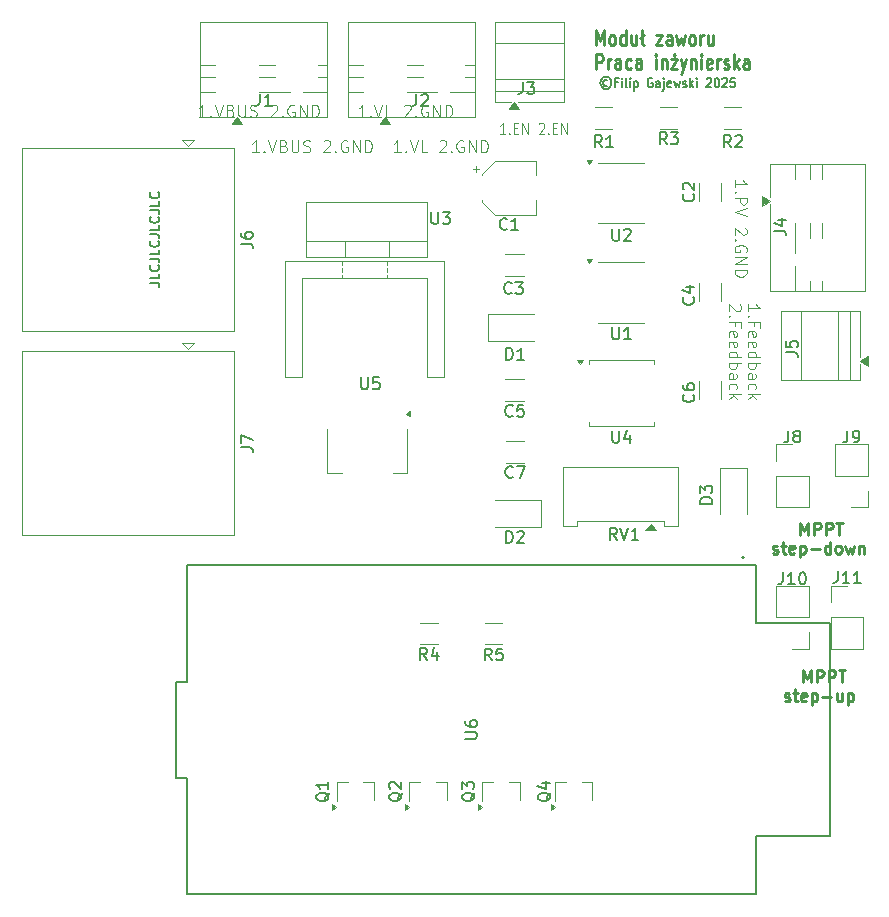
<source format=gbr>
%TF.GenerationSoftware,KiCad,Pcbnew,9.0.4*%
%TF.CreationDate,2025-10-29T20:45:07+01:00*%
%TF.ProjectId,Modu__Zaworu,4d6f6475-425f-45a6-9177-6f72752e6b69,rev?*%
%TF.SameCoordinates,Original*%
%TF.FileFunction,Legend,Top*%
%TF.FilePolarity,Positive*%
%FSLAX46Y46*%
G04 Gerber Fmt 4.6, Leading zero omitted, Abs format (unit mm)*
G04 Created by KiCad (PCBNEW 9.0.4) date 2025-10-29 20:45:07*
%MOMM*%
%LPD*%
G01*
G04 APERTURE LIST*
%ADD10C,0.175000*%
%ADD11C,0.200000*%
%ADD12C,0.250000*%
%ADD13C,0.125000*%
%ADD14C,0.150000*%
%ADD15C,0.120000*%
%ADD16C,0.127000*%
G04 APERTURE END LIST*
D10*
X212348464Y-59783471D02*
X212281797Y-59745376D01*
X212281797Y-59745376D02*
X212148464Y-59745376D01*
X212148464Y-59745376D02*
X212081797Y-59783471D01*
X212081797Y-59783471D02*
X212015131Y-59859661D01*
X212015131Y-59859661D02*
X211981797Y-59935852D01*
X211981797Y-59935852D02*
X211981797Y-60088233D01*
X211981797Y-60088233D02*
X212015131Y-60164423D01*
X212015131Y-60164423D02*
X212081797Y-60240614D01*
X212081797Y-60240614D02*
X212148464Y-60278709D01*
X212148464Y-60278709D02*
X212281797Y-60278709D01*
X212281797Y-60278709D02*
X212348464Y-60240614D01*
X212215131Y-59478709D02*
X212048464Y-59516804D01*
X212048464Y-59516804D02*
X211881797Y-59631090D01*
X211881797Y-59631090D02*
X211781797Y-59821566D01*
X211781797Y-59821566D02*
X211748464Y-60012042D01*
X211748464Y-60012042D02*
X211781797Y-60202519D01*
X211781797Y-60202519D02*
X211881797Y-60392995D01*
X211881797Y-60392995D02*
X212048464Y-60507280D01*
X212048464Y-60507280D02*
X212215131Y-60545376D01*
X212215131Y-60545376D02*
X212381797Y-60507280D01*
X212381797Y-60507280D02*
X212548464Y-60392995D01*
X212548464Y-60392995D02*
X212648464Y-60202519D01*
X212648464Y-60202519D02*
X212681797Y-60012042D01*
X212681797Y-60012042D02*
X212648464Y-59821566D01*
X212648464Y-59821566D02*
X212548464Y-59631090D01*
X212548464Y-59631090D02*
X212381797Y-59516804D01*
X212381797Y-59516804D02*
X212215131Y-59478709D01*
X213215131Y-59973947D02*
X212981797Y-59973947D01*
X212981797Y-60392995D02*
X212981797Y-59592995D01*
X212981797Y-59592995D02*
X213315131Y-59592995D01*
X213581797Y-60392995D02*
X213581797Y-59859661D01*
X213581797Y-59592995D02*
X213548464Y-59631090D01*
X213548464Y-59631090D02*
X213581797Y-59669185D01*
X213581797Y-59669185D02*
X213615131Y-59631090D01*
X213615131Y-59631090D02*
X213581797Y-59592995D01*
X213581797Y-59592995D02*
X213581797Y-59669185D01*
X214015130Y-60392995D02*
X213948464Y-60354900D01*
X213948464Y-60354900D02*
X213915130Y-60278709D01*
X213915130Y-60278709D02*
X213915130Y-59592995D01*
X214281797Y-60392995D02*
X214281797Y-59859661D01*
X214281797Y-59592995D02*
X214248464Y-59631090D01*
X214248464Y-59631090D02*
X214281797Y-59669185D01*
X214281797Y-59669185D02*
X214315131Y-59631090D01*
X214315131Y-59631090D02*
X214281797Y-59592995D01*
X214281797Y-59592995D02*
X214281797Y-59669185D01*
X214615130Y-59859661D02*
X214615130Y-60659661D01*
X214615130Y-59897757D02*
X214681797Y-59859661D01*
X214681797Y-59859661D02*
X214815130Y-59859661D01*
X214815130Y-59859661D02*
X214881797Y-59897757D01*
X214881797Y-59897757D02*
X214915130Y-59935852D01*
X214915130Y-59935852D02*
X214948464Y-60012042D01*
X214948464Y-60012042D02*
X214948464Y-60240614D01*
X214948464Y-60240614D02*
X214915130Y-60316804D01*
X214915130Y-60316804D02*
X214881797Y-60354900D01*
X214881797Y-60354900D02*
X214815130Y-60392995D01*
X214815130Y-60392995D02*
X214681797Y-60392995D01*
X214681797Y-60392995D02*
X214615130Y-60354900D01*
X216148463Y-59631090D02*
X216081796Y-59592995D01*
X216081796Y-59592995D02*
X215981796Y-59592995D01*
X215981796Y-59592995D02*
X215881796Y-59631090D01*
X215881796Y-59631090D02*
X215815130Y-59707280D01*
X215815130Y-59707280D02*
X215781796Y-59783471D01*
X215781796Y-59783471D02*
X215748463Y-59935852D01*
X215748463Y-59935852D02*
X215748463Y-60050138D01*
X215748463Y-60050138D02*
X215781796Y-60202519D01*
X215781796Y-60202519D02*
X215815130Y-60278709D01*
X215815130Y-60278709D02*
X215881796Y-60354900D01*
X215881796Y-60354900D02*
X215981796Y-60392995D01*
X215981796Y-60392995D02*
X216048463Y-60392995D01*
X216048463Y-60392995D02*
X216148463Y-60354900D01*
X216148463Y-60354900D02*
X216181796Y-60316804D01*
X216181796Y-60316804D02*
X216181796Y-60050138D01*
X216181796Y-60050138D02*
X216048463Y-60050138D01*
X216781796Y-60392995D02*
X216781796Y-59973947D01*
X216781796Y-59973947D02*
X216748463Y-59897757D01*
X216748463Y-59897757D02*
X216681796Y-59859661D01*
X216681796Y-59859661D02*
X216548463Y-59859661D01*
X216548463Y-59859661D02*
X216481796Y-59897757D01*
X216781796Y-60354900D02*
X216715130Y-60392995D01*
X216715130Y-60392995D02*
X216548463Y-60392995D01*
X216548463Y-60392995D02*
X216481796Y-60354900D01*
X216481796Y-60354900D02*
X216448463Y-60278709D01*
X216448463Y-60278709D02*
X216448463Y-60202519D01*
X216448463Y-60202519D02*
X216481796Y-60126328D01*
X216481796Y-60126328D02*
X216548463Y-60088233D01*
X216548463Y-60088233D02*
X216715130Y-60088233D01*
X216715130Y-60088233D02*
X216781796Y-60050138D01*
X217115129Y-59859661D02*
X217115129Y-60545376D01*
X217115129Y-60545376D02*
X217081796Y-60621566D01*
X217081796Y-60621566D02*
X217015129Y-60659661D01*
X217015129Y-60659661D02*
X216981796Y-60659661D01*
X217115129Y-59592995D02*
X217081796Y-59631090D01*
X217081796Y-59631090D02*
X217115129Y-59669185D01*
X217115129Y-59669185D02*
X217148463Y-59631090D01*
X217148463Y-59631090D02*
X217115129Y-59592995D01*
X217115129Y-59592995D02*
X217115129Y-59669185D01*
X217715129Y-60354900D02*
X217648462Y-60392995D01*
X217648462Y-60392995D02*
X217515129Y-60392995D01*
X217515129Y-60392995D02*
X217448462Y-60354900D01*
X217448462Y-60354900D02*
X217415129Y-60278709D01*
X217415129Y-60278709D02*
X217415129Y-59973947D01*
X217415129Y-59973947D02*
X217448462Y-59897757D01*
X217448462Y-59897757D02*
X217515129Y-59859661D01*
X217515129Y-59859661D02*
X217648462Y-59859661D01*
X217648462Y-59859661D02*
X217715129Y-59897757D01*
X217715129Y-59897757D02*
X217748462Y-59973947D01*
X217748462Y-59973947D02*
X217748462Y-60050138D01*
X217748462Y-60050138D02*
X217415129Y-60126328D01*
X217981796Y-59859661D02*
X218115129Y-60392995D01*
X218115129Y-60392995D02*
X218248462Y-60012042D01*
X218248462Y-60012042D02*
X218381796Y-60392995D01*
X218381796Y-60392995D02*
X218515129Y-59859661D01*
X218748462Y-60354900D02*
X218815129Y-60392995D01*
X218815129Y-60392995D02*
X218948462Y-60392995D01*
X218948462Y-60392995D02*
X219015129Y-60354900D01*
X219015129Y-60354900D02*
X219048462Y-60278709D01*
X219048462Y-60278709D02*
X219048462Y-60240614D01*
X219048462Y-60240614D02*
X219015129Y-60164423D01*
X219015129Y-60164423D02*
X218948462Y-60126328D01*
X218948462Y-60126328D02*
X218848462Y-60126328D01*
X218848462Y-60126328D02*
X218781795Y-60088233D01*
X218781795Y-60088233D02*
X218748462Y-60012042D01*
X218748462Y-60012042D02*
X218748462Y-59973947D01*
X218748462Y-59973947D02*
X218781795Y-59897757D01*
X218781795Y-59897757D02*
X218848462Y-59859661D01*
X218848462Y-59859661D02*
X218948462Y-59859661D01*
X218948462Y-59859661D02*
X219015129Y-59897757D01*
X219348462Y-60392995D02*
X219348462Y-59592995D01*
X219415129Y-60088233D02*
X219615129Y-60392995D01*
X219615129Y-59859661D02*
X219348462Y-60164423D01*
X219915129Y-60392995D02*
X219915129Y-59859661D01*
X219915129Y-59592995D02*
X219881796Y-59631090D01*
X219881796Y-59631090D02*
X219915129Y-59669185D01*
X219915129Y-59669185D02*
X219948463Y-59631090D01*
X219948463Y-59631090D02*
X219915129Y-59592995D01*
X219915129Y-59592995D02*
X219915129Y-59669185D01*
X220748462Y-59669185D02*
X220781795Y-59631090D01*
X220781795Y-59631090D02*
X220848462Y-59592995D01*
X220848462Y-59592995D02*
X221015129Y-59592995D01*
X221015129Y-59592995D02*
X221081795Y-59631090D01*
X221081795Y-59631090D02*
X221115129Y-59669185D01*
X221115129Y-59669185D02*
X221148462Y-59745376D01*
X221148462Y-59745376D02*
X221148462Y-59821566D01*
X221148462Y-59821566D02*
X221115129Y-59935852D01*
X221115129Y-59935852D02*
X220715129Y-60392995D01*
X220715129Y-60392995D02*
X221148462Y-60392995D01*
X221581796Y-59592995D02*
X221648462Y-59592995D01*
X221648462Y-59592995D02*
X221715129Y-59631090D01*
X221715129Y-59631090D02*
X221748462Y-59669185D01*
X221748462Y-59669185D02*
X221781796Y-59745376D01*
X221781796Y-59745376D02*
X221815129Y-59897757D01*
X221815129Y-59897757D02*
X221815129Y-60088233D01*
X221815129Y-60088233D02*
X221781796Y-60240614D01*
X221781796Y-60240614D02*
X221748462Y-60316804D01*
X221748462Y-60316804D02*
X221715129Y-60354900D01*
X221715129Y-60354900D02*
X221648462Y-60392995D01*
X221648462Y-60392995D02*
X221581796Y-60392995D01*
X221581796Y-60392995D02*
X221515129Y-60354900D01*
X221515129Y-60354900D02*
X221481796Y-60316804D01*
X221481796Y-60316804D02*
X221448462Y-60240614D01*
X221448462Y-60240614D02*
X221415129Y-60088233D01*
X221415129Y-60088233D02*
X221415129Y-59897757D01*
X221415129Y-59897757D02*
X221448462Y-59745376D01*
X221448462Y-59745376D02*
X221481796Y-59669185D01*
X221481796Y-59669185D02*
X221515129Y-59631090D01*
X221515129Y-59631090D02*
X221581796Y-59592995D01*
X222081796Y-59669185D02*
X222115129Y-59631090D01*
X222115129Y-59631090D02*
X222181796Y-59592995D01*
X222181796Y-59592995D02*
X222348463Y-59592995D01*
X222348463Y-59592995D02*
X222415129Y-59631090D01*
X222415129Y-59631090D02*
X222448463Y-59669185D01*
X222448463Y-59669185D02*
X222481796Y-59745376D01*
X222481796Y-59745376D02*
X222481796Y-59821566D01*
X222481796Y-59821566D02*
X222448463Y-59935852D01*
X222448463Y-59935852D02*
X222048463Y-60392995D01*
X222048463Y-60392995D02*
X222481796Y-60392995D01*
X223115130Y-59592995D02*
X222781796Y-59592995D01*
X222781796Y-59592995D02*
X222748463Y-59973947D01*
X222748463Y-59973947D02*
X222781796Y-59935852D01*
X222781796Y-59935852D02*
X222848463Y-59897757D01*
X222848463Y-59897757D02*
X223015130Y-59897757D01*
X223015130Y-59897757D02*
X223081796Y-59935852D01*
X223081796Y-59935852D02*
X223115130Y-59973947D01*
X223115130Y-59973947D02*
X223148463Y-60050138D01*
X223148463Y-60050138D02*
X223148463Y-60240614D01*
X223148463Y-60240614D02*
X223115130Y-60316804D01*
X223115130Y-60316804D02*
X223081796Y-60354900D01*
X223081796Y-60354900D02*
X223015130Y-60392995D01*
X223015130Y-60392995D02*
X222848463Y-60392995D01*
X222848463Y-60392995D02*
X222781796Y-60354900D01*
X222781796Y-60354900D02*
X222748463Y-60316804D01*
D11*
X173591695Y-76949374D02*
X174163123Y-76949374D01*
X174163123Y-76949374D02*
X174277409Y-76987469D01*
X174277409Y-76987469D02*
X174353600Y-77063660D01*
X174353600Y-77063660D02*
X174391695Y-77177945D01*
X174391695Y-77177945D02*
X174391695Y-77254136D01*
X174391695Y-76187469D02*
X174391695Y-76568421D01*
X174391695Y-76568421D02*
X173591695Y-76568421D01*
X174315504Y-75463659D02*
X174353600Y-75501755D01*
X174353600Y-75501755D02*
X174391695Y-75616040D01*
X174391695Y-75616040D02*
X174391695Y-75692231D01*
X174391695Y-75692231D02*
X174353600Y-75806517D01*
X174353600Y-75806517D02*
X174277409Y-75882707D01*
X174277409Y-75882707D02*
X174201219Y-75920802D01*
X174201219Y-75920802D02*
X174048838Y-75958898D01*
X174048838Y-75958898D02*
X173934552Y-75958898D01*
X173934552Y-75958898D02*
X173782171Y-75920802D01*
X173782171Y-75920802D02*
X173705980Y-75882707D01*
X173705980Y-75882707D02*
X173629790Y-75806517D01*
X173629790Y-75806517D02*
X173591695Y-75692231D01*
X173591695Y-75692231D02*
X173591695Y-75616040D01*
X173591695Y-75616040D02*
X173629790Y-75501755D01*
X173629790Y-75501755D02*
X173667885Y-75463659D01*
X173591695Y-74892231D02*
X174163123Y-74892231D01*
X174163123Y-74892231D02*
X174277409Y-74930326D01*
X174277409Y-74930326D02*
X174353600Y-75006517D01*
X174353600Y-75006517D02*
X174391695Y-75120802D01*
X174391695Y-75120802D02*
X174391695Y-75196993D01*
X174391695Y-74130326D02*
X174391695Y-74511278D01*
X174391695Y-74511278D02*
X173591695Y-74511278D01*
X174315504Y-73406516D02*
X174353600Y-73444612D01*
X174353600Y-73444612D02*
X174391695Y-73558897D01*
X174391695Y-73558897D02*
X174391695Y-73635088D01*
X174391695Y-73635088D02*
X174353600Y-73749374D01*
X174353600Y-73749374D02*
X174277409Y-73825564D01*
X174277409Y-73825564D02*
X174201219Y-73863659D01*
X174201219Y-73863659D02*
X174048838Y-73901755D01*
X174048838Y-73901755D02*
X173934552Y-73901755D01*
X173934552Y-73901755D02*
X173782171Y-73863659D01*
X173782171Y-73863659D02*
X173705980Y-73825564D01*
X173705980Y-73825564D02*
X173629790Y-73749374D01*
X173629790Y-73749374D02*
X173591695Y-73635088D01*
X173591695Y-73635088D02*
X173591695Y-73558897D01*
X173591695Y-73558897D02*
X173629790Y-73444612D01*
X173629790Y-73444612D02*
X173667885Y-73406516D01*
X173591695Y-72835088D02*
X174163123Y-72835088D01*
X174163123Y-72835088D02*
X174277409Y-72873183D01*
X174277409Y-72873183D02*
X174353600Y-72949374D01*
X174353600Y-72949374D02*
X174391695Y-73063659D01*
X174391695Y-73063659D02*
X174391695Y-73139850D01*
X174391695Y-72073183D02*
X174391695Y-72454135D01*
X174391695Y-72454135D02*
X173591695Y-72454135D01*
X174315504Y-71349373D02*
X174353600Y-71387469D01*
X174353600Y-71387469D02*
X174391695Y-71501754D01*
X174391695Y-71501754D02*
X174391695Y-71577945D01*
X174391695Y-71577945D02*
X174353600Y-71692231D01*
X174353600Y-71692231D02*
X174277409Y-71768421D01*
X174277409Y-71768421D02*
X174201219Y-71806516D01*
X174201219Y-71806516D02*
X174048838Y-71844612D01*
X174048838Y-71844612D02*
X173934552Y-71844612D01*
X173934552Y-71844612D02*
X173782171Y-71806516D01*
X173782171Y-71806516D02*
X173705980Y-71768421D01*
X173705980Y-71768421D02*
X173629790Y-71692231D01*
X173629790Y-71692231D02*
X173591695Y-71577945D01*
X173591695Y-71577945D02*
X173591695Y-71501754D01*
X173591695Y-71501754D02*
X173629790Y-71387469D01*
X173629790Y-71387469D02*
X173667885Y-71349373D01*
X173591695Y-70777945D02*
X174163123Y-70777945D01*
X174163123Y-70777945D02*
X174277409Y-70816040D01*
X174277409Y-70816040D02*
X174353600Y-70892231D01*
X174353600Y-70892231D02*
X174391695Y-71006516D01*
X174391695Y-71006516D02*
X174391695Y-71082707D01*
X174391695Y-70016040D02*
X174391695Y-70396992D01*
X174391695Y-70396992D02*
X173591695Y-70396992D01*
X174315504Y-69292230D02*
X174353600Y-69330326D01*
X174353600Y-69330326D02*
X174391695Y-69444611D01*
X174391695Y-69444611D02*
X174391695Y-69520802D01*
X174391695Y-69520802D02*
X174353600Y-69635088D01*
X174353600Y-69635088D02*
X174277409Y-69711278D01*
X174277409Y-69711278D02*
X174201219Y-69749373D01*
X174201219Y-69749373D02*
X174048838Y-69787469D01*
X174048838Y-69787469D02*
X173934552Y-69787469D01*
X173934552Y-69787469D02*
X173782171Y-69749373D01*
X173782171Y-69749373D02*
X173705980Y-69711278D01*
X173705980Y-69711278D02*
X173629790Y-69635088D01*
X173629790Y-69635088D02*
X173591695Y-69520802D01*
X173591695Y-69520802D02*
X173591695Y-69444611D01*
X173591695Y-69444611D02*
X173629790Y-69330326D01*
X173629790Y-69330326D02*
X173667885Y-69292230D01*
D12*
X211402568Y-56821593D02*
X211402568Y-55571593D01*
X211402568Y-55571593D02*
X211735901Y-56464450D01*
X211735901Y-56464450D02*
X212069234Y-55571593D01*
X212069234Y-55571593D02*
X212069234Y-56821593D01*
X212688282Y-56821593D02*
X212593044Y-56762070D01*
X212593044Y-56762070D02*
X212545425Y-56702546D01*
X212545425Y-56702546D02*
X212497806Y-56583498D01*
X212497806Y-56583498D02*
X212497806Y-56226355D01*
X212497806Y-56226355D02*
X212545425Y-56107308D01*
X212545425Y-56107308D02*
X212593044Y-56047784D01*
X212593044Y-56047784D02*
X212688282Y-55988260D01*
X212688282Y-55988260D02*
X212831139Y-55988260D01*
X212831139Y-55988260D02*
X212926377Y-56047784D01*
X212926377Y-56047784D02*
X212973996Y-56107308D01*
X212973996Y-56107308D02*
X213021615Y-56226355D01*
X213021615Y-56226355D02*
X213021615Y-56583498D01*
X213021615Y-56583498D02*
X212973996Y-56702546D01*
X212973996Y-56702546D02*
X212926377Y-56762070D01*
X212926377Y-56762070D02*
X212831139Y-56821593D01*
X212831139Y-56821593D02*
X212688282Y-56821593D01*
X213878758Y-56821593D02*
X213878758Y-55571593D01*
X213878758Y-56762070D02*
X213783520Y-56821593D01*
X213783520Y-56821593D02*
X213593044Y-56821593D01*
X213593044Y-56821593D02*
X213497806Y-56762070D01*
X213497806Y-56762070D02*
X213450187Y-56702546D01*
X213450187Y-56702546D02*
X213402568Y-56583498D01*
X213402568Y-56583498D02*
X213402568Y-56226355D01*
X213402568Y-56226355D02*
X213450187Y-56107308D01*
X213450187Y-56107308D02*
X213497806Y-56047784D01*
X213497806Y-56047784D02*
X213593044Y-55988260D01*
X213593044Y-55988260D02*
X213783520Y-55988260D01*
X213783520Y-55988260D02*
X213878758Y-56047784D01*
X214783520Y-55988260D02*
X214783520Y-56821593D01*
X214354949Y-55988260D02*
X214354949Y-56643022D01*
X214354949Y-56643022D02*
X214402568Y-56762070D01*
X214402568Y-56762070D02*
X214497806Y-56821593D01*
X214497806Y-56821593D02*
X214640663Y-56821593D01*
X214640663Y-56821593D02*
X214735901Y-56762070D01*
X214735901Y-56762070D02*
X214783520Y-56702546D01*
X215402568Y-56821593D02*
X215307330Y-56762070D01*
X215307330Y-56762070D02*
X215259711Y-56643022D01*
X215259711Y-56643022D02*
X215259711Y-55571593D01*
X215116854Y-56226355D02*
X215402568Y-55988260D01*
X216450188Y-55988260D02*
X216973997Y-55988260D01*
X216973997Y-55988260D02*
X216450188Y-56821593D01*
X216450188Y-56821593D02*
X216973997Y-56821593D01*
X217783521Y-56821593D02*
X217783521Y-56166831D01*
X217783521Y-56166831D02*
X217735902Y-56047784D01*
X217735902Y-56047784D02*
X217640664Y-55988260D01*
X217640664Y-55988260D02*
X217450188Y-55988260D01*
X217450188Y-55988260D02*
X217354950Y-56047784D01*
X217783521Y-56762070D02*
X217688283Y-56821593D01*
X217688283Y-56821593D02*
X217450188Y-56821593D01*
X217450188Y-56821593D02*
X217354950Y-56762070D01*
X217354950Y-56762070D02*
X217307331Y-56643022D01*
X217307331Y-56643022D02*
X217307331Y-56523974D01*
X217307331Y-56523974D02*
X217354950Y-56404927D01*
X217354950Y-56404927D02*
X217450188Y-56345403D01*
X217450188Y-56345403D02*
X217688283Y-56345403D01*
X217688283Y-56345403D02*
X217783521Y-56285879D01*
X218164474Y-55988260D02*
X218354950Y-56821593D01*
X218354950Y-56821593D02*
X218545426Y-56226355D01*
X218545426Y-56226355D02*
X218735902Y-56821593D01*
X218735902Y-56821593D02*
X218926378Y-55988260D01*
X219450188Y-56821593D02*
X219354950Y-56762070D01*
X219354950Y-56762070D02*
X219307331Y-56702546D01*
X219307331Y-56702546D02*
X219259712Y-56583498D01*
X219259712Y-56583498D02*
X219259712Y-56226355D01*
X219259712Y-56226355D02*
X219307331Y-56107308D01*
X219307331Y-56107308D02*
X219354950Y-56047784D01*
X219354950Y-56047784D02*
X219450188Y-55988260D01*
X219450188Y-55988260D02*
X219593045Y-55988260D01*
X219593045Y-55988260D02*
X219688283Y-56047784D01*
X219688283Y-56047784D02*
X219735902Y-56107308D01*
X219735902Y-56107308D02*
X219783521Y-56226355D01*
X219783521Y-56226355D02*
X219783521Y-56583498D01*
X219783521Y-56583498D02*
X219735902Y-56702546D01*
X219735902Y-56702546D02*
X219688283Y-56762070D01*
X219688283Y-56762070D02*
X219593045Y-56821593D01*
X219593045Y-56821593D02*
X219450188Y-56821593D01*
X220212093Y-56821593D02*
X220212093Y-55988260D01*
X220212093Y-56226355D02*
X220259712Y-56107308D01*
X220259712Y-56107308D02*
X220307331Y-56047784D01*
X220307331Y-56047784D02*
X220402569Y-55988260D01*
X220402569Y-55988260D02*
X220497807Y-55988260D01*
X221259712Y-55988260D02*
X221259712Y-56821593D01*
X220831141Y-55988260D02*
X220831141Y-56643022D01*
X220831141Y-56643022D02*
X220878760Y-56762070D01*
X220878760Y-56762070D02*
X220973998Y-56821593D01*
X220973998Y-56821593D02*
X221116855Y-56821593D01*
X221116855Y-56821593D02*
X221212093Y-56762070D01*
X221212093Y-56762070D02*
X221259712Y-56702546D01*
X211402568Y-58834023D02*
X211402568Y-57584023D01*
X211402568Y-57584023D02*
X211783520Y-57584023D01*
X211783520Y-57584023D02*
X211878758Y-57643547D01*
X211878758Y-57643547D02*
X211926377Y-57703071D01*
X211926377Y-57703071D02*
X211973996Y-57822119D01*
X211973996Y-57822119D02*
X211973996Y-58000690D01*
X211973996Y-58000690D02*
X211926377Y-58119738D01*
X211926377Y-58119738D02*
X211878758Y-58179261D01*
X211878758Y-58179261D02*
X211783520Y-58238785D01*
X211783520Y-58238785D02*
X211402568Y-58238785D01*
X212402568Y-58834023D02*
X212402568Y-58000690D01*
X212402568Y-58238785D02*
X212450187Y-58119738D01*
X212450187Y-58119738D02*
X212497806Y-58060214D01*
X212497806Y-58060214D02*
X212593044Y-58000690D01*
X212593044Y-58000690D02*
X212688282Y-58000690D01*
X213450187Y-58834023D02*
X213450187Y-58179261D01*
X213450187Y-58179261D02*
X213402568Y-58060214D01*
X213402568Y-58060214D02*
X213307330Y-58000690D01*
X213307330Y-58000690D02*
X213116854Y-58000690D01*
X213116854Y-58000690D02*
X213021616Y-58060214D01*
X213450187Y-58774500D02*
X213354949Y-58834023D01*
X213354949Y-58834023D02*
X213116854Y-58834023D01*
X213116854Y-58834023D02*
X213021616Y-58774500D01*
X213021616Y-58774500D02*
X212973997Y-58655452D01*
X212973997Y-58655452D02*
X212973997Y-58536404D01*
X212973997Y-58536404D02*
X213021616Y-58417357D01*
X213021616Y-58417357D02*
X213116854Y-58357833D01*
X213116854Y-58357833D02*
X213354949Y-58357833D01*
X213354949Y-58357833D02*
X213450187Y-58298309D01*
X214354949Y-58774500D02*
X214259711Y-58834023D01*
X214259711Y-58834023D02*
X214069235Y-58834023D01*
X214069235Y-58834023D02*
X213973997Y-58774500D01*
X213973997Y-58774500D02*
X213926378Y-58714976D01*
X213926378Y-58714976D02*
X213878759Y-58595928D01*
X213878759Y-58595928D02*
X213878759Y-58238785D01*
X213878759Y-58238785D02*
X213926378Y-58119738D01*
X213926378Y-58119738D02*
X213973997Y-58060214D01*
X213973997Y-58060214D02*
X214069235Y-58000690D01*
X214069235Y-58000690D02*
X214259711Y-58000690D01*
X214259711Y-58000690D02*
X214354949Y-58060214D01*
X215212092Y-58834023D02*
X215212092Y-58179261D01*
X215212092Y-58179261D02*
X215164473Y-58060214D01*
X215164473Y-58060214D02*
X215069235Y-58000690D01*
X215069235Y-58000690D02*
X214878759Y-58000690D01*
X214878759Y-58000690D02*
X214783521Y-58060214D01*
X215212092Y-58774500D02*
X215116854Y-58834023D01*
X215116854Y-58834023D02*
X214878759Y-58834023D01*
X214878759Y-58834023D02*
X214783521Y-58774500D01*
X214783521Y-58774500D02*
X214735902Y-58655452D01*
X214735902Y-58655452D02*
X214735902Y-58536404D01*
X214735902Y-58536404D02*
X214783521Y-58417357D01*
X214783521Y-58417357D02*
X214878759Y-58357833D01*
X214878759Y-58357833D02*
X215116854Y-58357833D01*
X215116854Y-58357833D02*
X215212092Y-58298309D01*
X216450188Y-58834023D02*
X216450188Y-58000690D01*
X216450188Y-57584023D02*
X216402569Y-57643547D01*
X216402569Y-57643547D02*
X216450188Y-57703071D01*
X216450188Y-57703071D02*
X216497807Y-57643547D01*
X216497807Y-57643547D02*
X216450188Y-57584023D01*
X216450188Y-57584023D02*
X216450188Y-57703071D01*
X216926378Y-58000690D02*
X216926378Y-58834023D01*
X216926378Y-58119738D02*
X216973997Y-58060214D01*
X216973997Y-58060214D02*
X217069235Y-58000690D01*
X217069235Y-58000690D02*
X217212092Y-58000690D01*
X217212092Y-58000690D02*
X217307330Y-58060214D01*
X217307330Y-58060214D02*
X217354949Y-58179261D01*
X217354949Y-58179261D02*
X217354949Y-58834023D01*
X217735902Y-58000690D02*
X218259711Y-58000690D01*
X218259711Y-58000690D02*
X217735902Y-58834023D01*
X217735902Y-58834023D02*
X218259711Y-58834023D01*
X218021616Y-57584023D02*
X217973997Y-57643547D01*
X217973997Y-57643547D02*
X218021616Y-57703071D01*
X218021616Y-57703071D02*
X218069235Y-57643547D01*
X218069235Y-57643547D02*
X218021616Y-57584023D01*
X218021616Y-57584023D02*
X218021616Y-57703071D01*
X218545426Y-58000690D02*
X218783521Y-58834023D01*
X219021616Y-58000690D02*
X218783521Y-58834023D01*
X218783521Y-58834023D02*
X218688283Y-59131642D01*
X218688283Y-59131642D02*
X218640664Y-59191166D01*
X218640664Y-59191166D02*
X218545426Y-59250690D01*
X219402569Y-58000690D02*
X219402569Y-58834023D01*
X219402569Y-58119738D02*
X219450188Y-58060214D01*
X219450188Y-58060214D02*
X219545426Y-58000690D01*
X219545426Y-58000690D02*
X219688283Y-58000690D01*
X219688283Y-58000690D02*
X219783521Y-58060214D01*
X219783521Y-58060214D02*
X219831140Y-58179261D01*
X219831140Y-58179261D02*
X219831140Y-58834023D01*
X220307331Y-58834023D02*
X220307331Y-58000690D01*
X220307331Y-57584023D02*
X220259712Y-57643547D01*
X220259712Y-57643547D02*
X220307331Y-57703071D01*
X220307331Y-57703071D02*
X220354950Y-57643547D01*
X220354950Y-57643547D02*
X220307331Y-57584023D01*
X220307331Y-57584023D02*
X220307331Y-57703071D01*
X221164473Y-58774500D02*
X221069235Y-58834023D01*
X221069235Y-58834023D02*
X220878759Y-58834023D01*
X220878759Y-58834023D02*
X220783521Y-58774500D01*
X220783521Y-58774500D02*
X220735902Y-58655452D01*
X220735902Y-58655452D02*
X220735902Y-58179261D01*
X220735902Y-58179261D02*
X220783521Y-58060214D01*
X220783521Y-58060214D02*
X220878759Y-58000690D01*
X220878759Y-58000690D02*
X221069235Y-58000690D01*
X221069235Y-58000690D02*
X221164473Y-58060214D01*
X221164473Y-58060214D02*
X221212092Y-58179261D01*
X221212092Y-58179261D02*
X221212092Y-58298309D01*
X221212092Y-58298309D02*
X220735902Y-58417357D01*
X221640664Y-58834023D02*
X221640664Y-58000690D01*
X221640664Y-58238785D02*
X221688283Y-58119738D01*
X221688283Y-58119738D02*
X221735902Y-58060214D01*
X221735902Y-58060214D02*
X221831140Y-58000690D01*
X221831140Y-58000690D02*
X221926378Y-58000690D01*
X222212093Y-58774500D02*
X222307331Y-58834023D01*
X222307331Y-58834023D02*
X222497807Y-58834023D01*
X222497807Y-58834023D02*
X222593045Y-58774500D01*
X222593045Y-58774500D02*
X222640664Y-58655452D01*
X222640664Y-58655452D02*
X222640664Y-58595928D01*
X222640664Y-58595928D02*
X222593045Y-58476880D01*
X222593045Y-58476880D02*
X222497807Y-58417357D01*
X222497807Y-58417357D02*
X222354950Y-58417357D01*
X222354950Y-58417357D02*
X222259712Y-58357833D01*
X222259712Y-58357833D02*
X222212093Y-58238785D01*
X222212093Y-58238785D02*
X222212093Y-58179261D01*
X222212093Y-58179261D02*
X222259712Y-58060214D01*
X222259712Y-58060214D02*
X222354950Y-58000690D01*
X222354950Y-58000690D02*
X222497807Y-58000690D01*
X222497807Y-58000690D02*
X222593045Y-58060214D01*
X223069236Y-58834023D02*
X223069236Y-57584023D01*
X223164474Y-58357833D02*
X223450188Y-58834023D01*
X223450188Y-58000690D02*
X223069236Y-58476880D01*
X224307331Y-58834023D02*
X224307331Y-58179261D01*
X224307331Y-58179261D02*
X224259712Y-58060214D01*
X224259712Y-58060214D02*
X224164474Y-58000690D01*
X224164474Y-58000690D02*
X223973998Y-58000690D01*
X223973998Y-58000690D02*
X223878760Y-58060214D01*
X224307331Y-58774500D02*
X224212093Y-58834023D01*
X224212093Y-58834023D02*
X223973998Y-58834023D01*
X223973998Y-58834023D02*
X223878760Y-58774500D01*
X223878760Y-58774500D02*
X223831141Y-58655452D01*
X223831141Y-58655452D02*
X223831141Y-58536404D01*
X223831141Y-58536404D02*
X223878760Y-58417357D01*
X223878760Y-58417357D02*
X223973998Y-58357833D01*
X223973998Y-58357833D02*
X224212093Y-58357833D01*
X224212093Y-58357833D02*
X224307331Y-58298309D01*
D13*
X203691759Y-64371119D02*
X203234616Y-64371119D01*
X203463188Y-64371119D02*
X203463188Y-63371119D01*
X203463188Y-63371119D02*
X203386997Y-63513976D01*
X203386997Y-63513976D02*
X203310807Y-63609214D01*
X203310807Y-63609214D02*
X203234616Y-63656833D01*
X204034617Y-64275880D02*
X204072712Y-64323500D01*
X204072712Y-64323500D02*
X204034617Y-64371119D01*
X204034617Y-64371119D02*
X203996521Y-64323500D01*
X203996521Y-64323500D02*
X204034617Y-64275880D01*
X204034617Y-64275880D02*
X204034617Y-64371119D01*
X204415569Y-63847309D02*
X204682235Y-63847309D01*
X204796521Y-64371119D02*
X204415569Y-64371119D01*
X204415569Y-64371119D02*
X204415569Y-63371119D01*
X204415569Y-63371119D02*
X204796521Y-63371119D01*
X205139379Y-64371119D02*
X205139379Y-63371119D01*
X205139379Y-63371119D02*
X205596522Y-64371119D01*
X205596522Y-64371119D02*
X205596522Y-63371119D01*
X206548902Y-63466357D02*
X206586998Y-63418738D01*
X206586998Y-63418738D02*
X206663188Y-63371119D01*
X206663188Y-63371119D02*
X206853664Y-63371119D01*
X206853664Y-63371119D02*
X206929855Y-63418738D01*
X206929855Y-63418738D02*
X206967950Y-63466357D01*
X206967950Y-63466357D02*
X207006045Y-63561595D01*
X207006045Y-63561595D02*
X207006045Y-63656833D01*
X207006045Y-63656833D02*
X206967950Y-63799690D01*
X206967950Y-63799690D02*
X206510807Y-64371119D01*
X206510807Y-64371119D02*
X207006045Y-64371119D01*
X207348903Y-64275880D02*
X207386998Y-64323500D01*
X207386998Y-64323500D02*
X207348903Y-64371119D01*
X207348903Y-64371119D02*
X207310807Y-64323500D01*
X207310807Y-64323500D02*
X207348903Y-64275880D01*
X207348903Y-64275880D02*
X207348903Y-64371119D01*
X207729855Y-63847309D02*
X207996521Y-63847309D01*
X208110807Y-64371119D02*
X207729855Y-64371119D01*
X207729855Y-64371119D02*
X207729855Y-63371119D01*
X207729855Y-63371119D02*
X208110807Y-63371119D01*
X208453665Y-64371119D02*
X208453665Y-63371119D01*
X208453665Y-63371119D02*
X208910808Y-64371119D01*
X208910808Y-64371119D02*
X208910808Y-63371119D01*
D12*
X228688283Y-98254675D02*
X228688283Y-97254675D01*
X228688283Y-97254675D02*
X229021616Y-97968960D01*
X229021616Y-97968960D02*
X229354949Y-97254675D01*
X229354949Y-97254675D02*
X229354949Y-98254675D01*
X229831140Y-98254675D02*
X229831140Y-97254675D01*
X229831140Y-97254675D02*
X230212092Y-97254675D01*
X230212092Y-97254675D02*
X230307330Y-97302294D01*
X230307330Y-97302294D02*
X230354949Y-97349913D01*
X230354949Y-97349913D02*
X230402568Y-97445151D01*
X230402568Y-97445151D02*
X230402568Y-97588008D01*
X230402568Y-97588008D02*
X230354949Y-97683246D01*
X230354949Y-97683246D02*
X230307330Y-97730865D01*
X230307330Y-97730865D02*
X230212092Y-97778484D01*
X230212092Y-97778484D02*
X229831140Y-97778484D01*
X230831140Y-98254675D02*
X230831140Y-97254675D01*
X230831140Y-97254675D02*
X231212092Y-97254675D01*
X231212092Y-97254675D02*
X231307330Y-97302294D01*
X231307330Y-97302294D02*
X231354949Y-97349913D01*
X231354949Y-97349913D02*
X231402568Y-97445151D01*
X231402568Y-97445151D02*
X231402568Y-97588008D01*
X231402568Y-97588008D02*
X231354949Y-97683246D01*
X231354949Y-97683246D02*
X231307330Y-97730865D01*
X231307330Y-97730865D02*
X231212092Y-97778484D01*
X231212092Y-97778484D02*
X230831140Y-97778484D01*
X231688283Y-97254675D02*
X232259711Y-97254675D01*
X231973997Y-98254675D02*
X231973997Y-97254675D01*
X226354949Y-99817000D02*
X226450187Y-99864619D01*
X226450187Y-99864619D02*
X226640663Y-99864619D01*
X226640663Y-99864619D02*
X226735901Y-99817000D01*
X226735901Y-99817000D02*
X226783520Y-99721761D01*
X226783520Y-99721761D02*
X226783520Y-99674142D01*
X226783520Y-99674142D02*
X226735901Y-99578904D01*
X226735901Y-99578904D02*
X226640663Y-99531285D01*
X226640663Y-99531285D02*
X226497806Y-99531285D01*
X226497806Y-99531285D02*
X226402568Y-99483666D01*
X226402568Y-99483666D02*
X226354949Y-99388428D01*
X226354949Y-99388428D02*
X226354949Y-99340809D01*
X226354949Y-99340809D02*
X226402568Y-99245571D01*
X226402568Y-99245571D02*
X226497806Y-99197952D01*
X226497806Y-99197952D02*
X226640663Y-99197952D01*
X226640663Y-99197952D02*
X226735901Y-99245571D01*
X227069235Y-99197952D02*
X227450187Y-99197952D01*
X227212092Y-98864619D02*
X227212092Y-99721761D01*
X227212092Y-99721761D02*
X227259711Y-99817000D01*
X227259711Y-99817000D02*
X227354949Y-99864619D01*
X227354949Y-99864619D02*
X227450187Y-99864619D01*
X228164473Y-99817000D02*
X228069235Y-99864619D01*
X228069235Y-99864619D02*
X227878759Y-99864619D01*
X227878759Y-99864619D02*
X227783521Y-99817000D01*
X227783521Y-99817000D02*
X227735902Y-99721761D01*
X227735902Y-99721761D02*
X227735902Y-99340809D01*
X227735902Y-99340809D02*
X227783521Y-99245571D01*
X227783521Y-99245571D02*
X227878759Y-99197952D01*
X227878759Y-99197952D02*
X228069235Y-99197952D01*
X228069235Y-99197952D02*
X228164473Y-99245571D01*
X228164473Y-99245571D02*
X228212092Y-99340809D01*
X228212092Y-99340809D02*
X228212092Y-99436047D01*
X228212092Y-99436047D02*
X227735902Y-99531285D01*
X228640664Y-99197952D02*
X228640664Y-100197952D01*
X228640664Y-99245571D02*
X228735902Y-99197952D01*
X228735902Y-99197952D02*
X228926378Y-99197952D01*
X228926378Y-99197952D02*
X229021616Y-99245571D01*
X229021616Y-99245571D02*
X229069235Y-99293190D01*
X229069235Y-99293190D02*
X229116854Y-99388428D01*
X229116854Y-99388428D02*
X229116854Y-99674142D01*
X229116854Y-99674142D02*
X229069235Y-99769380D01*
X229069235Y-99769380D02*
X229021616Y-99817000D01*
X229021616Y-99817000D02*
X228926378Y-99864619D01*
X228926378Y-99864619D02*
X228735902Y-99864619D01*
X228735902Y-99864619D02*
X228640664Y-99817000D01*
X229545426Y-99483666D02*
X230307331Y-99483666D01*
X231212092Y-99864619D02*
X231212092Y-98864619D01*
X231212092Y-99817000D02*
X231116854Y-99864619D01*
X231116854Y-99864619D02*
X230926378Y-99864619D01*
X230926378Y-99864619D02*
X230831140Y-99817000D01*
X230831140Y-99817000D02*
X230783521Y-99769380D01*
X230783521Y-99769380D02*
X230735902Y-99674142D01*
X230735902Y-99674142D02*
X230735902Y-99388428D01*
X230735902Y-99388428D02*
X230783521Y-99293190D01*
X230783521Y-99293190D02*
X230831140Y-99245571D01*
X230831140Y-99245571D02*
X230926378Y-99197952D01*
X230926378Y-99197952D02*
X231116854Y-99197952D01*
X231116854Y-99197952D02*
X231212092Y-99245571D01*
X231831140Y-99864619D02*
X231735902Y-99817000D01*
X231735902Y-99817000D02*
X231688283Y-99769380D01*
X231688283Y-99769380D02*
X231640664Y-99674142D01*
X231640664Y-99674142D02*
X231640664Y-99388428D01*
X231640664Y-99388428D02*
X231688283Y-99293190D01*
X231688283Y-99293190D02*
X231735902Y-99245571D01*
X231735902Y-99245571D02*
X231831140Y-99197952D01*
X231831140Y-99197952D02*
X231973997Y-99197952D01*
X231973997Y-99197952D02*
X232069235Y-99245571D01*
X232069235Y-99245571D02*
X232116854Y-99293190D01*
X232116854Y-99293190D02*
X232164473Y-99388428D01*
X232164473Y-99388428D02*
X232164473Y-99674142D01*
X232164473Y-99674142D02*
X232116854Y-99769380D01*
X232116854Y-99769380D02*
X232069235Y-99817000D01*
X232069235Y-99817000D02*
X231973997Y-99864619D01*
X231973997Y-99864619D02*
X231831140Y-99864619D01*
X232497807Y-99197952D02*
X232688283Y-99864619D01*
X232688283Y-99864619D02*
X232878759Y-99388428D01*
X232878759Y-99388428D02*
X233069235Y-99864619D01*
X233069235Y-99864619D02*
X233259711Y-99197952D01*
X233640664Y-99197952D02*
X233640664Y-99864619D01*
X233640664Y-99293190D02*
X233688283Y-99245571D01*
X233688283Y-99245571D02*
X233783521Y-99197952D01*
X233783521Y-99197952D02*
X233926378Y-99197952D01*
X233926378Y-99197952D02*
X234021616Y-99245571D01*
X234021616Y-99245571D02*
X234069235Y-99340809D01*
X234069235Y-99340809D02*
X234069235Y-99864619D01*
D13*
X194844140Y-65871119D02*
X194272712Y-65871119D01*
X194558426Y-65871119D02*
X194558426Y-64871119D01*
X194558426Y-64871119D02*
X194463188Y-65013976D01*
X194463188Y-65013976D02*
X194367950Y-65109214D01*
X194367950Y-65109214D02*
X194272712Y-65156833D01*
X195272712Y-65775880D02*
X195320331Y-65823500D01*
X195320331Y-65823500D02*
X195272712Y-65871119D01*
X195272712Y-65871119D02*
X195225093Y-65823500D01*
X195225093Y-65823500D02*
X195272712Y-65775880D01*
X195272712Y-65775880D02*
X195272712Y-65871119D01*
X195606045Y-64871119D02*
X195939378Y-65871119D01*
X195939378Y-65871119D02*
X196272711Y-64871119D01*
X197082235Y-65871119D02*
X196606045Y-65871119D01*
X196606045Y-65871119D02*
X196606045Y-64871119D01*
X198129855Y-64966357D02*
X198177474Y-64918738D01*
X198177474Y-64918738D02*
X198272712Y-64871119D01*
X198272712Y-64871119D02*
X198510807Y-64871119D01*
X198510807Y-64871119D02*
X198606045Y-64918738D01*
X198606045Y-64918738D02*
X198653664Y-64966357D01*
X198653664Y-64966357D02*
X198701283Y-65061595D01*
X198701283Y-65061595D02*
X198701283Y-65156833D01*
X198701283Y-65156833D02*
X198653664Y-65299690D01*
X198653664Y-65299690D02*
X198082236Y-65871119D01*
X198082236Y-65871119D02*
X198701283Y-65871119D01*
X199129855Y-65775880D02*
X199177474Y-65823500D01*
X199177474Y-65823500D02*
X199129855Y-65871119D01*
X199129855Y-65871119D02*
X199082236Y-65823500D01*
X199082236Y-65823500D02*
X199129855Y-65775880D01*
X199129855Y-65775880D02*
X199129855Y-65871119D01*
X200129854Y-64918738D02*
X200034616Y-64871119D01*
X200034616Y-64871119D02*
X199891759Y-64871119D01*
X199891759Y-64871119D02*
X199748902Y-64918738D01*
X199748902Y-64918738D02*
X199653664Y-65013976D01*
X199653664Y-65013976D02*
X199606045Y-65109214D01*
X199606045Y-65109214D02*
X199558426Y-65299690D01*
X199558426Y-65299690D02*
X199558426Y-65442547D01*
X199558426Y-65442547D02*
X199606045Y-65633023D01*
X199606045Y-65633023D02*
X199653664Y-65728261D01*
X199653664Y-65728261D02*
X199748902Y-65823500D01*
X199748902Y-65823500D02*
X199891759Y-65871119D01*
X199891759Y-65871119D02*
X199986997Y-65871119D01*
X199986997Y-65871119D02*
X200129854Y-65823500D01*
X200129854Y-65823500D02*
X200177473Y-65775880D01*
X200177473Y-65775880D02*
X200177473Y-65442547D01*
X200177473Y-65442547D02*
X199986997Y-65442547D01*
X200606045Y-65871119D02*
X200606045Y-64871119D01*
X200606045Y-64871119D02*
X201177473Y-65871119D01*
X201177473Y-65871119D02*
X201177473Y-64871119D01*
X201653664Y-65871119D02*
X201653664Y-64871119D01*
X201653664Y-64871119D02*
X201891759Y-64871119D01*
X201891759Y-64871119D02*
X202034616Y-64918738D01*
X202034616Y-64918738D02*
X202129854Y-65013976D01*
X202129854Y-65013976D02*
X202177473Y-65109214D01*
X202177473Y-65109214D02*
X202225092Y-65299690D01*
X202225092Y-65299690D02*
X202225092Y-65442547D01*
X202225092Y-65442547D02*
X202177473Y-65633023D01*
X202177473Y-65633023D02*
X202129854Y-65728261D01*
X202129854Y-65728261D02*
X202034616Y-65823500D01*
X202034616Y-65823500D02*
X201891759Y-65871119D01*
X201891759Y-65871119D02*
X201653664Y-65871119D01*
D12*
X228926378Y-110754675D02*
X228926378Y-109754675D01*
X228926378Y-109754675D02*
X229259711Y-110468960D01*
X229259711Y-110468960D02*
X229593044Y-109754675D01*
X229593044Y-109754675D02*
X229593044Y-110754675D01*
X230069235Y-110754675D02*
X230069235Y-109754675D01*
X230069235Y-109754675D02*
X230450187Y-109754675D01*
X230450187Y-109754675D02*
X230545425Y-109802294D01*
X230545425Y-109802294D02*
X230593044Y-109849913D01*
X230593044Y-109849913D02*
X230640663Y-109945151D01*
X230640663Y-109945151D02*
X230640663Y-110088008D01*
X230640663Y-110088008D02*
X230593044Y-110183246D01*
X230593044Y-110183246D02*
X230545425Y-110230865D01*
X230545425Y-110230865D02*
X230450187Y-110278484D01*
X230450187Y-110278484D02*
X230069235Y-110278484D01*
X231069235Y-110754675D02*
X231069235Y-109754675D01*
X231069235Y-109754675D02*
X231450187Y-109754675D01*
X231450187Y-109754675D02*
X231545425Y-109802294D01*
X231545425Y-109802294D02*
X231593044Y-109849913D01*
X231593044Y-109849913D02*
X231640663Y-109945151D01*
X231640663Y-109945151D02*
X231640663Y-110088008D01*
X231640663Y-110088008D02*
X231593044Y-110183246D01*
X231593044Y-110183246D02*
X231545425Y-110230865D01*
X231545425Y-110230865D02*
X231450187Y-110278484D01*
X231450187Y-110278484D02*
X231069235Y-110278484D01*
X231926378Y-109754675D02*
X232497806Y-109754675D01*
X232212092Y-110754675D02*
X232212092Y-109754675D01*
X227354949Y-112317000D02*
X227450187Y-112364619D01*
X227450187Y-112364619D02*
X227640663Y-112364619D01*
X227640663Y-112364619D02*
X227735901Y-112317000D01*
X227735901Y-112317000D02*
X227783520Y-112221761D01*
X227783520Y-112221761D02*
X227783520Y-112174142D01*
X227783520Y-112174142D02*
X227735901Y-112078904D01*
X227735901Y-112078904D02*
X227640663Y-112031285D01*
X227640663Y-112031285D02*
X227497806Y-112031285D01*
X227497806Y-112031285D02*
X227402568Y-111983666D01*
X227402568Y-111983666D02*
X227354949Y-111888428D01*
X227354949Y-111888428D02*
X227354949Y-111840809D01*
X227354949Y-111840809D02*
X227402568Y-111745571D01*
X227402568Y-111745571D02*
X227497806Y-111697952D01*
X227497806Y-111697952D02*
X227640663Y-111697952D01*
X227640663Y-111697952D02*
X227735901Y-111745571D01*
X228069235Y-111697952D02*
X228450187Y-111697952D01*
X228212092Y-111364619D02*
X228212092Y-112221761D01*
X228212092Y-112221761D02*
X228259711Y-112317000D01*
X228259711Y-112317000D02*
X228354949Y-112364619D01*
X228354949Y-112364619D02*
X228450187Y-112364619D01*
X229164473Y-112317000D02*
X229069235Y-112364619D01*
X229069235Y-112364619D02*
X228878759Y-112364619D01*
X228878759Y-112364619D02*
X228783521Y-112317000D01*
X228783521Y-112317000D02*
X228735902Y-112221761D01*
X228735902Y-112221761D02*
X228735902Y-111840809D01*
X228735902Y-111840809D02*
X228783521Y-111745571D01*
X228783521Y-111745571D02*
X228878759Y-111697952D01*
X228878759Y-111697952D02*
X229069235Y-111697952D01*
X229069235Y-111697952D02*
X229164473Y-111745571D01*
X229164473Y-111745571D02*
X229212092Y-111840809D01*
X229212092Y-111840809D02*
X229212092Y-111936047D01*
X229212092Y-111936047D02*
X228735902Y-112031285D01*
X229640664Y-111697952D02*
X229640664Y-112697952D01*
X229640664Y-111745571D02*
X229735902Y-111697952D01*
X229735902Y-111697952D02*
X229926378Y-111697952D01*
X229926378Y-111697952D02*
X230021616Y-111745571D01*
X230021616Y-111745571D02*
X230069235Y-111793190D01*
X230069235Y-111793190D02*
X230116854Y-111888428D01*
X230116854Y-111888428D02*
X230116854Y-112174142D01*
X230116854Y-112174142D02*
X230069235Y-112269380D01*
X230069235Y-112269380D02*
X230021616Y-112317000D01*
X230021616Y-112317000D02*
X229926378Y-112364619D01*
X229926378Y-112364619D02*
X229735902Y-112364619D01*
X229735902Y-112364619D02*
X229640664Y-112317000D01*
X230545426Y-111983666D02*
X231307331Y-111983666D01*
X232212092Y-111697952D02*
X232212092Y-112364619D01*
X231783521Y-111697952D02*
X231783521Y-112221761D01*
X231783521Y-112221761D02*
X231831140Y-112317000D01*
X231831140Y-112317000D02*
X231926378Y-112364619D01*
X231926378Y-112364619D02*
X232069235Y-112364619D01*
X232069235Y-112364619D02*
X232164473Y-112317000D01*
X232164473Y-112317000D02*
X232212092Y-112269380D01*
X232688283Y-111697952D02*
X232688283Y-112697952D01*
X232688283Y-111745571D02*
X232783521Y-111697952D01*
X232783521Y-111697952D02*
X232973997Y-111697952D01*
X232973997Y-111697952D02*
X233069235Y-111745571D01*
X233069235Y-111745571D02*
X233116854Y-111793190D01*
X233116854Y-111793190D02*
X233164473Y-111888428D01*
X233164473Y-111888428D02*
X233164473Y-112174142D01*
X233164473Y-112174142D02*
X233116854Y-112269380D01*
X233116854Y-112269380D02*
X233069235Y-112317000D01*
X233069235Y-112317000D02*
X232973997Y-112364619D01*
X232973997Y-112364619D02*
X232783521Y-112364619D01*
X232783521Y-112364619D02*
X232688283Y-112317000D01*
D13*
X178344140Y-62871119D02*
X177772712Y-62871119D01*
X178058426Y-62871119D02*
X178058426Y-61871119D01*
X178058426Y-61871119D02*
X177963188Y-62013976D01*
X177963188Y-62013976D02*
X177867950Y-62109214D01*
X177867950Y-62109214D02*
X177772712Y-62156833D01*
X178772712Y-62775880D02*
X178820331Y-62823500D01*
X178820331Y-62823500D02*
X178772712Y-62871119D01*
X178772712Y-62871119D02*
X178725093Y-62823500D01*
X178725093Y-62823500D02*
X178772712Y-62775880D01*
X178772712Y-62775880D02*
X178772712Y-62871119D01*
X179106045Y-61871119D02*
X179439378Y-62871119D01*
X179439378Y-62871119D02*
X179772711Y-61871119D01*
X180439378Y-62347309D02*
X180582235Y-62394928D01*
X180582235Y-62394928D02*
X180629854Y-62442547D01*
X180629854Y-62442547D02*
X180677473Y-62537785D01*
X180677473Y-62537785D02*
X180677473Y-62680642D01*
X180677473Y-62680642D02*
X180629854Y-62775880D01*
X180629854Y-62775880D02*
X180582235Y-62823500D01*
X180582235Y-62823500D02*
X180486997Y-62871119D01*
X180486997Y-62871119D02*
X180106045Y-62871119D01*
X180106045Y-62871119D02*
X180106045Y-61871119D01*
X180106045Y-61871119D02*
X180439378Y-61871119D01*
X180439378Y-61871119D02*
X180534616Y-61918738D01*
X180534616Y-61918738D02*
X180582235Y-61966357D01*
X180582235Y-61966357D02*
X180629854Y-62061595D01*
X180629854Y-62061595D02*
X180629854Y-62156833D01*
X180629854Y-62156833D02*
X180582235Y-62252071D01*
X180582235Y-62252071D02*
X180534616Y-62299690D01*
X180534616Y-62299690D02*
X180439378Y-62347309D01*
X180439378Y-62347309D02*
X180106045Y-62347309D01*
X181106045Y-61871119D02*
X181106045Y-62680642D01*
X181106045Y-62680642D02*
X181153664Y-62775880D01*
X181153664Y-62775880D02*
X181201283Y-62823500D01*
X181201283Y-62823500D02*
X181296521Y-62871119D01*
X181296521Y-62871119D02*
X181486997Y-62871119D01*
X181486997Y-62871119D02*
X181582235Y-62823500D01*
X181582235Y-62823500D02*
X181629854Y-62775880D01*
X181629854Y-62775880D02*
X181677473Y-62680642D01*
X181677473Y-62680642D02*
X181677473Y-61871119D01*
X182106045Y-62823500D02*
X182248902Y-62871119D01*
X182248902Y-62871119D02*
X182486997Y-62871119D01*
X182486997Y-62871119D02*
X182582235Y-62823500D01*
X182582235Y-62823500D02*
X182629854Y-62775880D01*
X182629854Y-62775880D02*
X182677473Y-62680642D01*
X182677473Y-62680642D02*
X182677473Y-62585404D01*
X182677473Y-62585404D02*
X182629854Y-62490166D01*
X182629854Y-62490166D02*
X182582235Y-62442547D01*
X182582235Y-62442547D02*
X182486997Y-62394928D01*
X182486997Y-62394928D02*
X182296521Y-62347309D01*
X182296521Y-62347309D02*
X182201283Y-62299690D01*
X182201283Y-62299690D02*
X182153664Y-62252071D01*
X182153664Y-62252071D02*
X182106045Y-62156833D01*
X182106045Y-62156833D02*
X182106045Y-62061595D01*
X182106045Y-62061595D02*
X182153664Y-61966357D01*
X182153664Y-61966357D02*
X182201283Y-61918738D01*
X182201283Y-61918738D02*
X182296521Y-61871119D01*
X182296521Y-61871119D02*
X182534616Y-61871119D01*
X182534616Y-61871119D02*
X182677473Y-61918738D01*
X183820331Y-61966357D02*
X183867950Y-61918738D01*
X183867950Y-61918738D02*
X183963188Y-61871119D01*
X183963188Y-61871119D02*
X184201283Y-61871119D01*
X184201283Y-61871119D02*
X184296521Y-61918738D01*
X184296521Y-61918738D02*
X184344140Y-61966357D01*
X184344140Y-61966357D02*
X184391759Y-62061595D01*
X184391759Y-62061595D02*
X184391759Y-62156833D01*
X184391759Y-62156833D02*
X184344140Y-62299690D01*
X184344140Y-62299690D02*
X183772712Y-62871119D01*
X183772712Y-62871119D02*
X184391759Y-62871119D01*
X184820331Y-62775880D02*
X184867950Y-62823500D01*
X184867950Y-62823500D02*
X184820331Y-62871119D01*
X184820331Y-62871119D02*
X184772712Y-62823500D01*
X184772712Y-62823500D02*
X184820331Y-62775880D01*
X184820331Y-62775880D02*
X184820331Y-62871119D01*
X185820330Y-61918738D02*
X185725092Y-61871119D01*
X185725092Y-61871119D02*
X185582235Y-61871119D01*
X185582235Y-61871119D02*
X185439378Y-61918738D01*
X185439378Y-61918738D02*
X185344140Y-62013976D01*
X185344140Y-62013976D02*
X185296521Y-62109214D01*
X185296521Y-62109214D02*
X185248902Y-62299690D01*
X185248902Y-62299690D02*
X185248902Y-62442547D01*
X185248902Y-62442547D02*
X185296521Y-62633023D01*
X185296521Y-62633023D02*
X185344140Y-62728261D01*
X185344140Y-62728261D02*
X185439378Y-62823500D01*
X185439378Y-62823500D02*
X185582235Y-62871119D01*
X185582235Y-62871119D02*
X185677473Y-62871119D01*
X185677473Y-62871119D02*
X185820330Y-62823500D01*
X185820330Y-62823500D02*
X185867949Y-62775880D01*
X185867949Y-62775880D02*
X185867949Y-62442547D01*
X185867949Y-62442547D02*
X185677473Y-62442547D01*
X186296521Y-62871119D02*
X186296521Y-61871119D01*
X186296521Y-61871119D02*
X186867949Y-62871119D01*
X186867949Y-62871119D02*
X186867949Y-61871119D01*
X187344140Y-62871119D02*
X187344140Y-61871119D01*
X187344140Y-61871119D02*
X187582235Y-61871119D01*
X187582235Y-61871119D02*
X187725092Y-61918738D01*
X187725092Y-61918738D02*
X187820330Y-62013976D01*
X187820330Y-62013976D02*
X187867949Y-62109214D01*
X187867949Y-62109214D02*
X187915568Y-62299690D01*
X187915568Y-62299690D02*
X187915568Y-62442547D01*
X187915568Y-62442547D02*
X187867949Y-62633023D01*
X187867949Y-62633023D02*
X187820330Y-62728261D01*
X187820330Y-62728261D02*
X187725092Y-62823500D01*
X187725092Y-62823500D02*
X187582235Y-62871119D01*
X187582235Y-62871119D02*
X187344140Y-62871119D01*
X224238824Y-79344140D02*
X224238824Y-78772712D01*
X224238824Y-79058426D02*
X225238824Y-79058426D01*
X225238824Y-79058426D02*
X225095967Y-78963188D01*
X225095967Y-78963188D02*
X225000729Y-78867950D01*
X225000729Y-78867950D02*
X224953110Y-78772712D01*
X224334063Y-79772712D02*
X224286444Y-79820331D01*
X224286444Y-79820331D02*
X224238824Y-79772712D01*
X224238824Y-79772712D02*
X224286444Y-79725093D01*
X224286444Y-79725093D02*
X224334063Y-79772712D01*
X224334063Y-79772712D02*
X224238824Y-79772712D01*
X224762634Y-80582235D02*
X224762634Y-80248902D01*
X224238824Y-80248902D02*
X225238824Y-80248902D01*
X225238824Y-80248902D02*
X225238824Y-80725092D01*
X224286444Y-81486997D02*
X224238824Y-81391759D01*
X224238824Y-81391759D02*
X224238824Y-81201283D01*
X224238824Y-81201283D02*
X224286444Y-81106045D01*
X224286444Y-81106045D02*
X224381682Y-81058426D01*
X224381682Y-81058426D02*
X224762634Y-81058426D01*
X224762634Y-81058426D02*
X224857872Y-81106045D01*
X224857872Y-81106045D02*
X224905491Y-81201283D01*
X224905491Y-81201283D02*
X224905491Y-81391759D01*
X224905491Y-81391759D02*
X224857872Y-81486997D01*
X224857872Y-81486997D02*
X224762634Y-81534616D01*
X224762634Y-81534616D02*
X224667396Y-81534616D01*
X224667396Y-81534616D02*
X224572158Y-81058426D01*
X224286444Y-82344140D02*
X224238824Y-82248902D01*
X224238824Y-82248902D02*
X224238824Y-82058426D01*
X224238824Y-82058426D02*
X224286444Y-81963188D01*
X224286444Y-81963188D02*
X224381682Y-81915569D01*
X224381682Y-81915569D02*
X224762634Y-81915569D01*
X224762634Y-81915569D02*
X224857872Y-81963188D01*
X224857872Y-81963188D02*
X224905491Y-82058426D01*
X224905491Y-82058426D02*
X224905491Y-82248902D01*
X224905491Y-82248902D02*
X224857872Y-82344140D01*
X224857872Y-82344140D02*
X224762634Y-82391759D01*
X224762634Y-82391759D02*
X224667396Y-82391759D01*
X224667396Y-82391759D02*
X224572158Y-81915569D01*
X224238824Y-83248902D02*
X225238824Y-83248902D01*
X224286444Y-83248902D02*
X224238824Y-83153664D01*
X224238824Y-83153664D02*
X224238824Y-82963188D01*
X224238824Y-82963188D02*
X224286444Y-82867950D01*
X224286444Y-82867950D02*
X224334063Y-82820331D01*
X224334063Y-82820331D02*
X224429301Y-82772712D01*
X224429301Y-82772712D02*
X224715015Y-82772712D01*
X224715015Y-82772712D02*
X224810253Y-82820331D01*
X224810253Y-82820331D02*
X224857872Y-82867950D01*
X224857872Y-82867950D02*
X224905491Y-82963188D01*
X224905491Y-82963188D02*
X224905491Y-83153664D01*
X224905491Y-83153664D02*
X224857872Y-83248902D01*
X224238824Y-83725093D02*
X225238824Y-83725093D01*
X224857872Y-83725093D02*
X224905491Y-83820331D01*
X224905491Y-83820331D02*
X224905491Y-84010807D01*
X224905491Y-84010807D02*
X224857872Y-84106045D01*
X224857872Y-84106045D02*
X224810253Y-84153664D01*
X224810253Y-84153664D02*
X224715015Y-84201283D01*
X224715015Y-84201283D02*
X224429301Y-84201283D01*
X224429301Y-84201283D02*
X224334063Y-84153664D01*
X224334063Y-84153664D02*
X224286444Y-84106045D01*
X224286444Y-84106045D02*
X224238824Y-84010807D01*
X224238824Y-84010807D02*
X224238824Y-83820331D01*
X224238824Y-83820331D02*
X224286444Y-83725093D01*
X224238824Y-85058426D02*
X224762634Y-85058426D01*
X224762634Y-85058426D02*
X224857872Y-85010807D01*
X224857872Y-85010807D02*
X224905491Y-84915569D01*
X224905491Y-84915569D02*
X224905491Y-84725093D01*
X224905491Y-84725093D02*
X224857872Y-84629855D01*
X224286444Y-85058426D02*
X224238824Y-84963188D01*
X224238824Y-84963188D02*
X224238824Y-84725093D01*
X224238824Y-84725093D02*
X224286444Y-84629855D01*
X224286444Y-84629855D02*
X224381682Y-84582236D01*
X224381682Y-84582236D02*
X224476920Y-84582236D01*
X224476920Y-84582236D02*
X224572158Y-84629855D01*
X224572158Y-84629855D02*
X224619777Y-84725093D01*
X224619777Y-84725093D02*
X224619777Y-84963188D01*
X224619777Y-84963188D02*
X224667396Y-85058426D01*
X224286444Y-85963188D02*
X224238824Y-85867950D01*
X224238824Y-85867950D02*
X224238824Y-85677474D01*
X224238824Y-85677474D02*
X224286444Y-85582236D01*
X224286444Y-85582236D02*
X224334063Y-85534617D01*
X224334063Y-85534617D02*
X224429301Y-85486998D01*
X224429301Y-85486998D02*
X224715015Y-85486998D01*
X224715015Y-85486998D02*
X224810253Y-85534617D01*
X224810253Y-85534617D02*
X224857872Y-85582236D01*
X224857872Y-85582236D02*
X224905491Y-85677474D01*
X224905491Y-85677474D02*
X224905491Y-85867950D01*
X224905491Y-85867950D02*
X224857872Y-85963188D01*
X224238824Y-86391760D02*
X225238824Y-86391760D01*
X224619777Y-86486998D02*
X224238824Y-86772712D01*
X224905491Y-86772712D02*
X224524539Y-86391760D01*
X223533642Y-78772712D02*
X223581261Y-78820331D01*
X223581261Y-78820331D02*
X223628880Y-78915569D01*
X223628880Y-78915569D02*
X223628880Y-79153664D01*
X223628880Y-79153664D02*
X223581261Y-79248902D01*
X223581261Y-79248902D02*
X223533642Y-79296521D01*
X223533642Y-79296521D02*
X223438404Y-79344140D01*
X223438404Y-79344140D02*
X223343166Y-79344140D01*
X223343166Y-79344140D02*
X223200309Y-79296521D01*
X223200309Y-79296521D02*
X222628880Y-78725093D01*
X222628880Y-78725093D02*
X222628880Y-79344140D01*
X222724119Y-79772712D02*
X222676500Y-79820331D01*
X222676500Y-79820331D02*
X222628880Y-79772712D01*
X222628880Y-79772712D02*
X222676500Y-79725093D01*
X222676500Y-79725093D02*
X222724119Y-79772712D01*
X222724119Y-79772712D02*
X222628880Y-79772712D01*
X223152690Y-80582235D02*
X223152690Y-80248902D01*
X222628880Y-80248902D02*
X223628880Y-80248902D01*
X223628880Y-80248902D02*
X223628880Y-80725092D01*
X222676500Y-81486997D02*
X222628880Y-81391759D01*
X222628880Y-81391759D02*
X222628880Y-81201283D01*
X222628880Y-81201283D02*
X222676500Y-81106045D01*
X222676500Y-81106045D02*
X222771738Y-81058426D01*
X222771738Y-81058426D02*
X223152690Y-81058426D01*
X223152690Y-81058426D02*
X223247928Y-81106045D01*
X223247928Y-81106045D02*
X223295547Y-81201283D01*
X223295547Y-81201283D02*
X223295547Y-81391759D01*
X223295547Y-81391759D02*
X223247928Y-81486997D01*
X223247928Y-81486997D02*
X223152690Y-81534616D01*
X223152690Y-81534616D02*
X223057452Y-81534616D01*
X223057452Y-81534616D02*
X222962214Y-81058426D01*
X222676500Y-82344140D02*
X222628880Y-82248902D01*
X222628880Y-82248902D02*
X222628880Y-82058426D01*
X222628880Y-82058426D02*
X222676500Y-81963188D01*
X222676500Y-81963188D02*
X222771738Y-81915569D01*
X222771738Y-81915569D02*
X223152690Y-81915569D01*
X223152690Y-81915569D02*
X223247928Y-81963188D01*
X223247928Y-81963188D02*
X223295547Y-82058426D01*
X223295547Y-82058426D02*
X223295547Y-82248902D01*
X223295547Y-82248902D02*
X223247928Y-82344140D01*
X223247928Y-82344140D02*
X223152690Y-82391759D01*
X223152690Y-82391759D02*
X223057452Y-82391759D01*
X223057452Y-82391759D02*
X222962214Y-81915569D01*
X222628880Y-83248902D02*
X223628880Y-83248902D01*
X222676500Y-83248902D02*
X222628880Y-83153664D01*
X222628880Y-83153664D02*
X222628880Y-82963188D01*
X222628880Y-82963188D02*
X222676500Y-82867950D01*
X222676500Y-82867950D02*
X222724119Y-82820331D01*
X222724119Y-82820331D02*
X222819357Y-82772712D01*
X222819357Y-82772712D02*
X223105071Y-82772712D01*
X223105071Y-82772712D02*
X223200309Y-82820331D01*
X223200309Y-82820331D02*
X223247928Y-82867950D01*
X223247928Y-82867950D02*
X223295547Y-82963188D01*
X223295547Y-82963188D02*
X223295547Y-83153664D01*
X223295547Y-83153664D02*
X223247928Y-83248902D01*
X222628880Y-83725093D02*
X223628880Y-83725093D01*
X223247928Y-83725093D02*
X223295547Y-83820331D01*
X223295547Y-83820331D02*
X223295547Y-84010807D01*
X223295547Y-84010807D02*
X223247928Y-84106045D01*
X223247928Y-84106045D02*
X223200309Y-84153664D01*
X223200309Y-84153664D02*
X223105071Y-84201283D01*
X223105071Y-84201283D02*
X222819357Y-84201283D01*
X222819357Y-84201283D02*
X222724119Y-84153664D01*
X222724119Y-84153664D02*
X222676500Y-84106045D01*
X222676500Y-84106045D02*
X222628880Y-84010807D01*
X222628880Y-84010807D02*
X222628880Y-83820331D01*
X222628880Y-83820331D02*
X222676500Y-83725093D01*
X222628880Y-85058426D02*
X223152690Y-85058426D01*
X223152690Y-85058426D02*
X223247928Y-85010807D01*
X223247928Y-85010807D02*
X223295547Y-84915569D01*
X223295547Y-84915569D02*
X223295547Y-84725093D01*
X223295547Y-84725093D02*
X223247928Y-84629855D01*
X222676500Y-85058426D02*
X222628880Y-84963188D01*
X222628880Y-84963188D02*
X222628880Y-84725093D01*
X222628880Y-84725093D02*
X222676500Y-84629855D01*
X222676500Y-84629855D02*
X222771738Y-84582236D01*
X222771738Y-84582236D02*
X222866976Y-84582236D01*
X222866976Y-84582236D02*
X222962214Y-84629855D01*
X222962214Y-84629855D02*
X223009833Y-84725093D01*
X223009833Y-84725093D02*
X223009833Y-84963188D01*
X223009833Y-84963188D02*
X223057452Y-85058426D01*
X222676500Y-85963188D02*
X222628880Y-85867950D01*
X222628880Y-85867950D02*
X222628880Y-85677474D01*
X222628880Y-85677474D02*
X222676500Y-85582236D01*
X222676500Y-85582236D02*
X222724119Y-85534617D01*
X222724119Y-85534617D02*
X222819357Y-85486998D01*
X222819357Y-85486998D02*
X223105071Y-85486998D01*
X223105071Y-85486998D02*
X223200309Y-85534617D01*
X223200309Y-85534617D02*
X223247928Y-85582236D01*
X223247928Y-85582236D02*
X223295547Y-85677474D01*
X223295547Y-85677474D02*
X223295547Y-85867950D01*
X223295547Y-85867950D02*
X223247928Y-85963188D01*
X222628880Y-86391760D02*
X223628880Y-86391760D01*
X223009833Y-86486998D02*
X222628880Y-86772712D01*
X223295547Y-86772712D02*
X222914595Y-86391760D01*
X191844140Y-62871119D02*
X191272712Y-62871119D01*
X191558426Y-62871119D02*
X191558426Y-61871119D01*
X191558426Y-61871119D02*
X191463188Y-62013976D01*
X191463188Y-62013976D02*
X191367950Y-62109214D01*
X191367950Y-62109214D02*
X191272712Y-62156833D01*
X192272712Y-62775880D02*
X192320331Y-62823500D01*
X192320331Y-62823500D02*
X192272712Y-62871119D01*
X192272712Y-62871119D02*
X192225093Y-62823500D01*
X192225093Y-62823500D02*
X192272712Y-62775880D01*
X192272712Y-62775880D02*
X192272712Y-62871119D01*
X192606045Y-61871119D02*
X192939378Y-62871119D01*
X192939378Y-62871119D02*
X193272711Y-61871119D01*
X194082235Y-62871119D02*
X193606045Y-62871119D01*
X193606045Y-62871119D02*
X193606045Y-61871119D01*
X195129855Y-61966357D02*
X195177474Y-61918738D01*
X195177474Y-61918738D02*
X195272712Y-61871119D01*
X195272712Y-61871119D02*
X195510807Y-61871119D01*
X195510807Y-61871119D02*
X195606045Y-61918738D01*
X195606045Y-61918738D02*
X195653664Y-61966357D01*
X195653664Y-61966357D02*
X195701283Y-62061595D01*
X195701283Y-62061595D02*
X195701283Y-62156833D01*
X195701283Y-62156833D02*
X195653664Y-62299690D01*
X195653664Y-62299690D02*
X195082236Y-62871119D01*
X195082236Y-62871119D02*
X195701283Y-62871119D01*
X196129855Y-62775880D02*
X196177474Y-62823500D01*
X196177474Y-62823500D02*
X196129855Y-62871119D01*
X196129855Y-62871119D02*
X196082236Y-62823500D01*
X196082236Y-62823500D02*
X196129855Y-62775880D01*
X196129855Y-62775880D02*
X196129855Y-62871119D01*
X197129854Y-61918738D02*
X197034616Y-61871119D01*
X197034616Y-61871119D02*
X196891759Y-61871119D01*
X196891759Y-61871119D02*
X196748902Y-61918738D01*
X196748902Y-61918738D02*
X196653664Y-62013976D01*
X196653664Y-62013976D02*
X196606045Y-62109214D01*
X196606045Y-62109214D02*
X196558426Y-62299690D01*
X196558426Y-62299690D02*
X196558426Y-62442547D01*
X196558426Y-62442547D02*
X196606045Y-62633023D01*
X196606045Y-62633023D02*
X196653664Y-62728261D01*
X196653664Y-62728261D02*
X196748902Y-62823500D01*
X196748902Y-62823500D02*
X196891759Y-62871119D01*
X196891759Y-62871119D02*
X196986997Y-62871119D01*
X196986997Y-62871119D02*
X197129854Y-62823500D01*
X197129854Y-62823500D02*
X197177473Y-62775880D01*
X197177473Y-62775880D02*
X197177473Y-62442547D01*
X197177473Y-62442547D02*
X196986997Y-62442547D01*
X197606045Y-62871119D02*
X197606045Y-61871119D01*
X197606045Y-61871119D02*
X198177473Y-62871119D01*
X198177473Y-62871119D02*
X198177473Y-61871119D01*
X198653664Y-62871119D02*
X198653664Y-61871119D01*
X198653664Y-61871119D02*
X198891759Y-61871119D01*
X198891759Y-61871119D02*
X199034616Y-61918738D01*
X199034616Y-61918738D02*
X199129854Y-62013976D01*
X199129854Y-62013976D02*
X199177473Y-62109214D01*
X199177473Y-62109214D02*
X199225092Y-62299690D01*
X199225092Y-62299690D02*
X199225092Y-62442547D01*
X199225092Y-62442547D02*
X199177473Y-62633023D01*
X199177473Y-62633023D02*
X199129854Y-62728261D01*
X199129854Y-62728261D02*
X199034616Y-62823500D01*
X199034616Y-62823500D02*
X198891759Y-62871119D01*
X198891759Y-62871119D02*
X198653664Y-62871119D01*
X182844140Y-65871119D02*
X182272712Y-65871119D01*
X182558426Y-65871119D02*
X182558426Y-64871119D01*
X182558426Y-64871119D02*
X182463188Y-65013976D01*
X182463188Y-65013976D02*
X182367950Y-65109214D01*
X182367950Y-65109214D02*
X182272712Y-65156833D01*
X183272712Y-65775880D02*
X183320331Y-65823500D01*
X183320331Y-65823500D02*
X183272712Y-65871119D01*
X183272712Y-65871119D02*
X183225093Y-65823500D01*
X183225093Y-65823500D02*
X183272712Y-65775880D01*
X183272712Y-65775880D02*
X183272712Y-65871119D01*
X183606045Y-64871119D02*
X183939378Y-65871119D01*
X183939378Y-65871119D02*
X184272711Y-64871119D01*
X184939378Y-65347309D02*
X185082235Y-65394928D01*
X185082235Y-65394928D02*
X185129854Y-65442547D01*
X185129854Y-65442547D02*
X185177473Y-65537785D01*
X185177473Y-65537785D02*
X185177473Y-65680642D01*
X185177473Y-65680642D02*
X185129854Y-65775880D01*
X185129854Y-65775880D02*
X185082235Y-65823500D01*
X185082235Y-65823500D02*
X184986997Y-65871119D01*
X184986997Y-65871119D02*
X184606045Y-65871119D01*
X184606045Y-65871119D02*
X184606045Y-64871119D01*
X184606045Y-64871119D02*
X184939378Y-64871119D01*
X184939378Y-64871119D02*
X185034616Y-64918738D01*
X185034616Y-64918738D02*
X185082235Y-64966357D01*
X185082235Y-64966357D02*
X185129854Y-65061595D01*
X185129854Y-65061595D02*
X185129854Y-65156833D01*
X185129854Y-65156833D02*
X185082235Y-65252071D01*
X185082235Y-65252071D02*
X185034616Y-65299690D01*
X185034616Y-65299690D02*
X184939378Y-65347309D01*
X184939378Y-65347309D02*
X184606045Y-65347309D01*
X185606045Y-64871119D02*
X185606045Y-65680642D01*
X185606045Y-65680642D02*
X185653664Y-65775880D01*
X185653664Y-65775880D02*
X185701283Y-65823500D01*
X185701283Y-65823500D02*
X185796521Y-65871119D01*
X185796521Y-65871119D02*
X185986997Y-65871119D01*
X185986997Y-65871119D02*
X186082235Y-65823500D01*
X186082235Y-65823500D02*
X186129854Y-65775880D01*
X186129854Y-65775880D02*
X186177473Y-65680642D01*
X186177473Y-65680642D02*
X186177473Y-64871119D01*
X186606045Y-65823500D02*
X186748902Y-65871119D01*
X186748902Y-65871119D02*
X186986997Y-65871119D01*
X186986997Y-65871119D02*
X187082235Y-65823500D01*
X187082235Y-65823500D02*
X187129854Y-65775880D01*
X187129854Y-65775880D02*
X187177473Y-65680642D01*
X187177473Y-65680642D02*
X187177473Y-65585404D01*
X187177473Y-65585404D02*
X187129854Y-65490166D01*
X187129854Y-65490166D02*
X187082235Y-65442547D01*
X187082235Y-65442547D02*
X186986997Y-65394928D01*
X186986997Y-65394928D02*
X186796521Y-65347309D01*
X186796521Y-65347309D02*
X186701283Y-65299690D01*
X186701283Y-65299690D02*
X186653664Y-65252071D01*
X186653664Y-65252071D02*
X186606045Y-65156833D01*
X186606045Y-65156833D02*
X186606045Y-65061595D01*
X186606045Y-65061595D02*
X186653664Y-64966357D01*
X186653664Y-64966357D02*
X186701283Y-64918738D01*
X186701283Y-64918738D02*
X186796521Y-64871119D01*
X186796521Y-64871119D02*
X187034616Y-64871119D01*
X187034616Y-64871119D02*
X187177473Y-64918738D01*
X188320331Y-64966357D02*
X188367950Y-64918738D01*
X188367950Y-64918738D02*
X188463188Y-64871119D01*
X188463188Y-64871119D02*
X188701283Y-64871119D01*
X188701283Y-64871119D02*
X188796521Y-64918738D01*
X188796521Y-64918738D02*
X188844140Y-64966357D01*
X188844140Y-64966357D02*
X188891759Y-65061595D01*
X188891759Y-65061595D02*
X188891759Y-65156833D01*
X188891759Y-65156833D02*
X188844140Y-65299690D01*
X188844140Y-65299690D02*
X188272712Y-65871119D01*
X188272712Y-65871119D02*
X188891759Y-65871119D01*
X189320331Y-65775880D02*
X189367950Y-65823500D01*
X189367950Y-65823500D02*
X189320331Y-65871119D01*
X189320331Y-65871119D02*
X189272712Y-65823500D01*
X189272712Y-65823500D02*
X189320331Y-65775880D01*
X189320331Y-65775880D02*
X189320331Y-65871119D01*
X190320330Y-64918738D02*
X190225092Y-64871119D01*
X190225092Y-64871119D02*
X190082235Y-64871119D01*
X190082235Y-64871119D02*
X189939378Y-64918738D01*
X189939378Y-64918738D02*
X189844140Y-65013976D01*
X189844140Y-65013976D02*
X189796521Y-65109214D01*
X189796521Y-65109214D02*
X189748902Y-65299690D01*
X189748902Y-65299690D02*
X189748902Y-65442547D01*
X189748902Y-65442547D02*
X189796521Y-65633023D01*
X189796521Y-65633023D02*
X189844140Y-65728261D01*
X189844140Y-65728261D02*
X189939378Y-65823500D01*
X189939378Y-65823500D02*
X190082235Y-65871119D01*
X190082235Y-65871119D02*
X190177473Y-65871119D01*
X190177473Y-65871119D02*
X190320330Y-65823500D01*
X190320330Y-65823500D02*
X190367949Y-65775880D01*
X190367949Y-65775880D02*
X190367949Y-65442547D01*
X190367949Y-65442547D02*
X190177473Y-65442547D01*
X190796521Y-65871119D02*
X190796521Y-64871119D01*
X190796521Y-64871119D02*
X191367949Y-65871119D01*
X191367949Y-65871119D02*
X191367949Y-64871119D01*
X191844140Y-65871119D02*
X191844140Y-64871119D01*
X191844140Y-64871119D02*
X192082235Y-64871119D01*
X192082235Y-64871119D02*
X192225092Y-64918738D01*
X192225092Y-64918738D02*
X192320330Y-65013976D01*
X192320330Y-65013976D02*
X192367949Y-65109214D01*
X192367949Y-65109214D02*
X192415568Y-65299690D01*
X192415568Y-65299690D02*
X192415568Y-65442547D01*
X192415568Y-65442547D02*
X192367949Y-65633023D01*
X192367949Y-65633023D02*
X192320330Y-65728261D01*
X192320330Y-65728261D02*
X192225092Y-65823500D01*
X192225092Y-65823500D02*
X192082235Y-65871119D01*
X192082235Y-65871119D02*
X191844140Y-65871119D01*
X223128880Y-68844140D02*
X223128880Y-68272712D01*
X223128880Y-68558426D02*
X224128880Y-68558426D01*
X224128880Y-68558426D02*
X223986023Y-68463188D01*
X223986023Y-68463188D02*
X223890785Y-68367950D01*
X223890785Y-68367950D02*
X223843166Y-68272712D01*
X223224119Y-69272712D02*
X223176500Y-69320331D01*
X223176500Y-69320331D02*
X223128880Y-69272712D01*
X223128880Y-69272712D02*
X223176500Y-69225093D01*
X223176500Y-69225093D02*
X223224119Y-69272712D01*
X223224119Y-69272712D02*
X223128880Y-69272712D01*
X223128880Y-69748902D02*
X224128880Y-69748902D01*
X224128880Y-69748902D02*
X224128880Y-70129854D01*
X224128880Y-70129854D02*
X224081261Y-70225092D01*
X224081261Y-70225092D02*
X224033642Y-70272711D01*
X224033642Y-70272711D02*
X223938404Y-70320330D01*
X223938404Y-70320330D02*
X223795547Y-70320330D01*
X223795547Y-70320330D02*
X223700309Y-70272711D01*
X223700309Y-70272711D02*
X223652690Y-70225092D01*
X223652690Y-70225092D02*
X223605071Y-70129854D01*
X223605071Y-70129854D02*
X223605071Y-69748902D01*
X224128880Y-70606045D02*
X223128880Y-70939378D01*
X223128880Y-70939378D02*
X224128880Y-71272711D01*
X224033642Y-72320331D02*
X224081261Y-72367950D01*
X224081261Y-72367950D02*
X224128880Y-72463188D01*
X224128880Y-72463188D02*
X224128880Y-72701283D01*
X224128880Y-72701283D02*
X224081261Y-72796521D01*
X224081261Y-72796521D02*
X224033642Y-72844140D01*
X224033642Y-72844140D02*
X223938404Y-72891759D01*
X223938404Y-72891759D02*
X223843166Y-72891759D01*
X223843166Y-72891759D02*
X223700309Y-72844140D01*
X223700309Y-72844140D02*
X223128880Y-72272712D01*
X223128880Y-72272712D02*
X223128880Y-72891759D01*
X223224119Y-73320331D02*
X223176500Y-73367950D01*
X223176500Y-73367950D02*
X223128880Y-73320331D01*
X223128880Y-73320331D02*
X223176500Y-73272712D01*
X223176500Y-73272712D02*
X223224119Y-73320331D01*
X223224119Y-73320331D02*
X223128880Y-73320331D01*
X224081261Y-74320330D02*
X224128880Y-74225092D01*
X224128880Y-74225092D02*
X224128880Y-74082235D01*
X224128880Y-74082235D02*
X224081261Y-73939378D01*
X224081261Y-73939378D02*
X223986023Y-73844140D01*
X223986023Y-73844140D02*
X223890785Y-73796521D01*
X223890785Y-73796521D02*
X223700309Y-73748902D01*
X223700309Y-73748902D02*
X223557452Y-73748902D01*
X223557452Y-73748902D02*
X223366976Y-73796521D01*
X223366976Y-73796521D02*
X223271738Y-73844140D01*
X223271738Y-73844140D02*
X223176500Y-73939378D01*
X223176500Y-73939378D02*
X223128880Y-74082235D01*
X223128880Y-74082235D02*
X223128880Y-74177473D01*
X223128880Y-74177473D02*
X223176500Y-74320330D01*
X223176500Y-74320330D02*
X223224119Y-74367949D01*
X223224119Y-74367949D02*
X223557452Y-74367949D01*
X223557452Y-74367949D02*
X223557452Y-74177473D01*
X223128880Y-74796521D02*
X224128880Y-74796521D01*
X224128880Y-74796521D02*
X223128880Y-75367949D01*
X223128880Y-75367949D02*
X224128880Y-75367949D01*
X223128880Y-75844140D02*
X224128880Y-75844140D01*
X224128880Y-75844140D02*
X224128880Y-76082235D01*
X224128880Y-76082235D02*
X224081261Y-76225092D01*
X224081261Y-76225092D02*
X223986023Y-76320330D01*
X223986023Y-76320330D02*
X223890785Y-76367949D01*
X223890785Y-76367949D02*
X223700309Y-76415568D01*
X223700309Y-76415568D02*
X223557452Y-76415568D01*
X223557452Y-76415568D02*
X223366976Y-76367949D01*
X223366976Y-76367949D02*
X223271738Y-76320330D01*
X223271738Y-76320330D02*
X223176500Y-76225092D01*
X223176500Y-76225092D02*
X223128880Y-76082235D01*
X223128880Y-76082235D02*
X223128880Y-75844140D01*
D14*
X232666666Y-89454819D02*
X232666666Y-90169104D01*
X232666666Y-90169104D02*
X232619047Y-90311961D01*
X232619047Y-90311961D02*
X232523809Y-90407200D01*
X232523809Y-90407200D02*
X232380952Y-90454819D01*
X232380952Y-90454819D02*
X232285714Y-90454819D01*
X233190476Y-90454819D02*
X233380952Y-90454819D01*
X233380952Y-90454819D02*
X233476190Y-90407200D01*
X233476190Y-90407200D02*
X233523809Y-90359580D01*
X233523809Y-90359580D02*
X233619047Y-90216723D01*
X233619047Y-90216723D02*
X233666666Y-90026247D01*
X233666666Y-90026247D02*
X233666666Y-89645295D01*
X233666666Y-89645295D02*
X233619047Y-89550057D01*
X233619047Y-89550057D02*
X233571428Y-89502438D01*
X233571428Y-89502438D02*
X233476190Y-89454819D01*
X233476190Y-89454819D02*
X233285714Y-89454819D01*
X233285714Y-89454819D02*
X233190476Y-89502438D01*
X233190476Y-89502438D02*
X233142857Y-89550057D01*
X233142857Y-89550057D02*
X233095238Y-89645295D01*
X233095238Y-89645295D02*
X233095238Y-89883390D01*
X233095238Y-89883390D02*
X233142857Y-89978628D01*
X233142857Y-89978628D02*
X233190476Y-90026247D01*
X233190476Y-90026247D02*
X233285714Y-90073866D01*
X233285714Y-90073866D02*
X233476190Y-90073866D01*
X233476190Y-90073866D02*
X233571428Y-90026247D01*
X233571428Y-90026247D02*
X233619047Y-89978628D01*
X233619047Y-89978628D02*
X233666666Y-89883390D01*
X182916666Y-60954819D02*
X182916666Y-61669104D01*
X182916666Y-61669104D02*
X182869047Y-61811961D01*
X182869047Y-61811961D02*
X182773809Y-61907200D01*
X182773809Y-61907200D02*
X182630952Y-61954819D01*
X182630952Y-61954819D02*
X182535714Y-61954819D01*
X183916666Y-61954819D02*
X183345238Y-61954819D01*
X183630952Y-61954819D02*
X183630952Y-60954819D01*
X183630952Y-60954819D02*
X183535714Y-61097676D01*
X183535714Y-61097676D02*
X183440476Y-61192914D01*
X183440476Y-61192914D02*
X183345238Y-61240533D01*
X197448095Y-70954819D02*
X197448095Y-71764342D01*
X197448095Y-71764342D02*
X197495714Y-71859580D01*
X197495714Y-71859580D02*
X197543333Y-71907200D01*
X197543333Y-71907200D02*
X197638571Y-71954819D01*
X197638571Y-71954819D02*
X197829047Y-71954819D01*
X197829047Y-71954819D02*
X197924285Y-71907200D01*
X197924285Y-71907200D02*
X197971904Y-71859580D01*
X197971904Y-71859580D02*
X198019523Y-71764342D01*
X198019523Y-71764342D02*
X198019523Y-70954819D01*
X198400476Y-70954819D02*
X199019523Y-70954819D01*
X199019523Y-70954819D02*
X198686190Y-71335771D01*
X198686190Y-71335771D02*
X198829047Y-71335771D01*
X198829047Y-71335771D02*
X198924285Y-71383390D01*
X198924285Y-71383390D02*
X198971904Y-71431009D01*
X198971904Y-71431009D02*
X199019523Y-71526247D01*
X199019523Y-71526247D02*
X199019523Y-71764342D01*
X199019523Y-71764342D02*
X198971904Y-71859580D01*
X198971904Y-71859580D02*
X198924285Y-71907200D01*
X198924285Y-71907200D02*
X198829047Y-71954819D01*
X198829047Y-71954819D02*
X198543333Y-71954819D01*
X198543333Y-71954819D02*
X198448095Y-71907200D01*
X198448095Y-71907200D02*
X198400476Y-71859580D01*
X212763095Y-72379819D02*
X212763095Y-73189342D01*
X212763095Y-73189342D02*
X212810714Y-73284580D01*
X212810714Y-73284580D02*
X212858333Y-73332200D01*
X212858333Y-73332200D02*
X212953571Y-73379819D01*
X212953571Y-73379819D02*
X213144047Y-73379819D01*
X213144047Y-73379819D02*
X213239285Y-73332200D01*
X213239285Y-73332200D02*
X213286904Y-73284580D01*
X213286904Y-73284580D02*
X213334523Y-73189342D01*
X213334523Y-73189342D02*
X213334523Y-72379819D01*
X213763095Y-72475057D02*
X213810714Y-72427438D01*
X213810714Y-72427438D02*
X213905952Y-72379819D01*
X213905952Y-72379819D02*
X214144047Y-72379819D01*
X214144047Y-72379819D02*
X214239285Y-72427438D01*
X214239285Y-72427438D02*
X214286904Y-72475057D01*
X214286904Y-72475057D02*
X214334523Y-72570295D01*
X214334523Y-72570295D02*
X214334523Y-72665533D01*
X214334523Y-72665533D02*
X214286904Y-72808390D01*
X214286904Y-72808390D02*
X213715476Y-73379819D01*
X213715476Y-73379819D02*
X214334523Y-73379819D01*
X197070833Y-108854819D02*
X196737500Y-108378628D01*
X196499405Y-108854819D02*
X196499405Y-107854819D01*
X196499405Y-107854819D02*
X196880357Y-107854819D01*
X196880357Y-107854819D02*
X196975595Y-107902438D01*
X196975595Y-107902438D02*
X197023214Y-107950057D01*
X197023214Y-107950057D02*
X197070833Y-108045295D01*
X197070833Y-108045295D02*
X197070833Y-108188152D01*
X197070833Y-108188152D02*
X197023214Y-108283390D01*
X197023214Y-108283390D02*
X196975595Y-108331009D01*
X196975595Y-108331009D02*
X196880357Y-108378628D01*
X196880357Y-108378628D02*
X196499405Y-108378628D01*
X197927976Y-108188152D02*
X197927976Y-108854819D01*
X197689881Y-107807200D02*
X197451786Y-108521485D01*
X197451786Y-108521485D02*
X198070833Y-108521485D01*
X227666666Y-89454819D02*
X227666666Y-90169104D01*
X227666666Y-90169104D02*
X227619047Y-90311961D01*
X227619047Y-90311961D02*
X227523809Y-90407200D01*
X227523809Y-90407200D02*
X227380952Y-90454819D01*
X227380952Y-90454819D02*
X227285714Y-90454819D01*
X228285714Y-89883390D02*
X228190476Y-89835771D01*
X228190476Y-89835771D02*
X228142857Y-89788152D01*
X228142857Y-89788152D02*
X228095238Y-89692914D01*
X228095238Y-89692914D02*
X228095238Y-89645295D01*
X228095238Y-89645295D02*
X228142857Y-89550057D01*
X228142857Y-89550057D02*
X228190476Y-89502438D01*
X228190476Y-89502438D02*
X228285714Y-89454819D01*
X228285714Y-89454819D02*
X228476190Y-89454819D01*
X228476190Y-89454819D02*
X228571428Y-89502438D01*
X228571428Y-89502438D02*
X228619047Y-89550057D01*
X228619047Y-89550057D02*
X228666666Y-89645295D01*
X228666666Y-89645295D02*
X228666666Y-89692914D01*
X228666666Y-89692914D02*
X228619047Y-89788152D01*
X228619047Y-89788152D02*
X228571428Y-89835771D01*
X228571428Y-89835771D02*
X228476190Y-89883390D01*
X228476190Y-89883390D02*
X228285714Y-89883390D01*
X228285714Y-89883390D02*
X228190476Y-89931009D01*
X228190476Y-89931009D02*
X228142857Y-89978628D01*
X228142857Y-89978628D02*
X228095238Y-90073866D01*
X228095238Y-90073866D02*
X228095238Y-90264342D01*
X228095238Y-90264342D02*
X228142857Y-90359580D01*
X228142857Y-90359580D02*
X228190476Y-90407200D01*
X228190476Y-90407200D02*
X228285714Y-90454819D01*
X228285714Y-90454819D02*
X228476190Y-90454819D01*
X228476190Y-90454819D02*
X228571428Y-90407200D01*
X228571428Y-90407200D02*
X228619047Y-90359580D01*
X228619047Y-90359580D02*
X228666666Y-90264342D01*
X228666666Y-90264342D02*
X228666666Y-90073866D01*
X228666666Y-90073866D02*
X228619047Y-89978628D01*
X228619047Y-89978628D02*
X228571428Y-89931009D01*
X228571428Y-89931009D02*
X228476190Y-89883390D01*
X227190476Y-101454819D02*
X227190476Y-102169104D01*
X227190476Y-102169104D02*
X227142857Y-102311961D01*
X227142857Y-102311961D02*
X227047619Y-102407200D01*
X227047619Y-102407200D02*
X226904762Y-102454819D01*
X226904762Y-102454819D02*
X226809524Y-102454819D01*
X228190476Y-102454819D02*
X227619048Y-102454819D01*
X227904762Y-102454819D02*
X227904762Y-101454819D01*
X227904762Y-101454819D02*
X227809524Y-101597676D01*
X227809524Y-101597676D02*
X227714286Y-101692914D01*
X227714286Y-101692914D02*
X227619048Y-101740533D01*
X228809524Y-101454819D02*
X228904762Y-101454819D01*
X228904762Y-101454819D02*
X229000000Y-101502438D01*
X229000000Y-101502438D02*
X229047619Y-101550057D01*
X229047619Y-101550057D02*
X229095238Y-101645295D01*
X229095238Y-101645295D02*
X229142857Y-101835771D01*
X229142857Y-101835771D02*
X229142857Y-102073866D01*
X229142857Y-102073866D02*
X229095238Y-102264342D01*
X229095238Y-102264342D02*
X229047619Y-102359580D01*
X229047619Y-102359580D02*
X229000000Y-102407200D01*
X229000000Y-102407200D02*
X228904762Y-102454819D01*
X228904762Y-102454819D02*
X228809524Y-102454819D01*
X228809524Y-102454819D02*
X228714286Y-102407200D01*
X228714286Y-102407200D02*
X228666667Y-102359580D01*
X228666667Y-102359580D02*
X228619048Y-102264342D01*
X228619048Y-102264342D02*
X228571429Y-102073866D01*
X228571429Y-102073866D02*
X228571429Y-101835771D01*
X228571429Y-101835771D02*
X228619048Y-101645295D01*
X228619048Y-101645295D02*
X228666667Y-101550057D01*
X228666667Y-101550057D02*
X228714286Y-101502438D01*
X228714286Y-101502438D02*
X228809524Y-101454819D01*
X219609580Y-69416666D02*
X219657200Y-69464285D01*
X219657200Y-69464285D02*
X219704819Y-69607142D01*
X219704819Y-69607142D02*
X219704819Y-69702380D01*
X219704819Y-69702380D02*
X219657200Y-69845237D01*
X219657200Y-69845237D02*
X219561961Y-69940475D01*
X219561961Y-69940475D02*
X219466723Y-69988094D01*
X219466723Y-69988094D02*
X219276247Y-70035713D01*
X219276247Y-70035713D02*
X219133390Y-70035713D01*
X219133390Y-70035713D02*
X218942914Y-69988094D01*
X218942914Y-69988094D02*
X218847676Y-69940475D01*
X218847676Y-69940475D02*
X218752438Y-69845237D01*
X218752438Y-69845237D02*
X218704819Y-69702380D01*
X218704819Y-69702380D02*
X218704819Y-69607142D01*
X218704819Y-69607142D02*
X218752438Y-69464285D01*
X218752438Y-69464285D02*
X218800057Y-69416666D01*
X218800057Y-69035713D02*
X218752438Y-68988094D01*
X218752438Y-68988094D02*
X218704819Y-68892856D01*
X218704819Y-68892856D02*
X218704819Y-68654761D01*
X218704819Y-68654761D02*
X218752438Y-68559523D01*
X218752438Y-68559523D02*
X218800057Y-68511904D01*
X218800057Y-68511904D02*
X218895295Y-68464285D01*
X218895295Y-68464285D02*
X218990533Y-68464285D01*
X218990533Y-68464285D02*
X219133390Y-68511904D01*
X219133390Y-68511904D02*
X219704819Y-69083332D01*
X219704819Y-69083332D02*
X219704819Y-68464285D01*
X207550057Y-120095238D02*
X207502438Y-120190476D01*
X207502438Y-120190476D02*
X207407200Y-120285714D01*
X207407200Y-120285714D02*
X207264342Y-120428571D01*
X207264342Y-120428571D02*
X207216723Y-120523809D01*
X207216723Y-120523809D02*
X207216723Y-120619047D01*
X207454819Y-120571428D02*
X207407200Y-120666666D01*
X207407200Y-120666666D02*
X207311961Y-120761904D01*
X207311961Y-120761904D02*
X207121485Y-120809523D01*
X207121485Y-120809523D02*
X206788152Y-120809523D01*
X206788152Y-120809523D02*
X206597676Y-120761904D01*
X206597676Y-120761904D02*
X206502438Y-120666666D01*
X206502438Y-120666666D02*
X206454819Y-120571428D01*
X206454819Y-120571428D02*
X206454819Y-120380952D01*
X206454819Y-120380952D02*
X206502438Y-120285714D01*
X206502438Y-120285714D02*
X206597676Y-120190476D01*
X206597676Y-120190476D02*
X206788152Y-120142857D01*
X206788152Y-120142857D02*
X207121485Y-120142857D01*
X207121485Y-120142857D02*
X207311961Y-120190476D01*
X207311961Y-120190476D02*
X207407200Y-120285714D01*
X207407200Y-120285714D02*
X207454819Y-120380952D01*
X207454819Y-120380952D02*
X207454819Y-120571428D01*
X206788152Y-119285714D02*
X207454819Y-119285714D01*
X206407200Y-119523809D02*
X207121485Y-119761904D01*
X207121485Y-119761904D02*
X207121485Y-119142857D01*
X200304819Y-115534404D02*
X201114342Y-115534404D01*
X201114342Y-115534404D02*
X201209580Y-115486785D01*
X201209580Y-115486785D02*
X201257200Y-115439166D01*
X201257200Y-115439166D02*
X201304819Y-115343928D01*
X201304819Y-115343928D02*
X201304819Y-115153452D01*
X201304819Y-115153452D02*
X201257200Y-115058214D01*
X201257200Y-115058214D02*
X201209580Y-115010595D01*
X201209580Y-115010595D02*
X201114342Y-114962976D01*
X201114342Y-114962976D02*
X200304819Y-114962976D01*
X200304819Y-114058214D02*
X200304819Y-114248690D01*
X200304819Y-114248690D02*
X200352438Y-114343928D01*
X200352438Y-114343928D02*
X200400057Y-114391547D01*
X200400057Y-114391547D02*
X200542914Y-114486785D01*
X200542914Y-114486785D02*
X200733390Y-114534404D01*
X200733390Y-114534404D02*
X201114342Y-114534404D01*
X201114342Y-114534404D02*
X201209580Y-114486785D01*
X201209580Y-114486785D02*
X201257200Y-114439166D01*
X201257200Y-114439166D02*
X201304819Y-114343928D01*
X201304819Y-114343928D02*
X201304819Y-114153452D01*
X201304819Y-114153452D02*
X201257200Y-114058214D01*
X201257200Y-114058214D02*
X201209580Y-114010595D01*
X201209580Y-114010595D02*
X201114342Y-113962976D01*
X201114342Y-113962976D02*
X200876247Y-113962976D01*
X200876247Y-113962976D02*
X200781009Y-114010595D01*
X200781009Y-114010595D02*
X200733390Y-114058214D01*
X200733390Y-114058214D02*
X200685771Y-114153452D01*
X200685771Y-114153452D02*
X200685771Y-114343928D01*
X200685771Y-114343928D02*
X200733390Y-114439166D01*
X200733390Y-114439166D02*
X200781009Y-114486785D01*
X200781009Y-114486785D02*
X200876247Y-114534404D01*
X191488095Y-84954819D02*
X191488095Y-85764342D01*
X191488095Y-85764342D02*
X191535714Y-85859580D01*
X191535714Y-85859580D02*
X191583333Y-85907200D01*
X191583333Y-85907200D02*
X191678571Y-85954819D01*
X191678571Y-85954819D02*
X191869047Y-85954819D01*
X191869047Y-85954819D02*
X191964285Y-85907200D01*
X191964285Y-85907200D02*
X192011904Y-85859580D01*
X192011904Y-85859580D02*
X192059523Y-85764342D01*
X192059523Y-85764342D02*
X192059523Y-84954819D01*
X193011904Y-84954819D02*
X192535714Y-84954819D01*
X192535714Y-84954819D02*
X192488095Y-85431009D01*
X192488095Y-85431009D02*
X192535714Y-85383390D01*
X192535714Y-85383390D02*
X192630952Y-85335771D01*
X192630952Y-85335771D02*
X192869047Y-85335771D01*
X192869047Y-85335771D02*
X192964285Y-85383390D01*
X192964285Y-85383390D02*
X193011904Y-85431009D01*
X193011904Y-85431009D02*
X193059523Y-85526247D01*
X193059523Y-85526247D02*
X193059523Y-85764342D01*
X193059523Y-85764342D02*
X193011904Y-85859580D01*
X193011904Y-85859580D02*
X192964285Y-85907200D01*
X192964285Y-85907200D02*
X192869047Y-85954819D01*
X192869047Y-85954819D02*
X192630952Y-85954819D01*
X192630952Y-85954819D02*
X192535714Y-85907200D01*
X192535714Y-85907200D02*
X192488095Y-85859580D01*
X227454819Y-82833333D02*
X228169104Y-82833333D01*
X228169104Y-82833333D02*
X228311961Y-82880952D01*
X228311961Y-82880952D02*
X228407200Y-82976190D01*
X228407200Y-82976190D02*
X228454819Y-83119047D01*
X228454819Y-83119047D02*
X228454819Y-83214285D01*
X227454819Y-81880952D02*
X227454819Y-82357142D01*
X227454819Y-82357142D02*
X227931009Y-82404761D01*
X227931009Y-82404761D02*
X227883390Y-82357142D01*
X227883390Y-82357142D02*
X227835771Y-82261904D01*
X227835771Y-82261904D02*
X227835771Y-82023809D01*
X227835771Y-82023809D02*
X227883390Y-81928571D01*
X227883390Y-81928571D02*
X227931009Y-81880952D01*
X227931009Y-81880952D02*
X228026247Y-81833333D01*
X228026247Y-81833333D02*
X228264342Y-81833333D01*
X228264342Y-81833333D02*
X228359580Y-81880952D01*
X228359580Y-81880952D02*
X228407200Y-81928571D01*
X228407200Y-81928571D02*
X228454819Y-82023809D01*
X228454819Y-82023809D02*
X228454819Y-82261904D01*
X228454819Y-82261904D02*
X228407200Y-82357142D01*
X228407200Y-82357142D02*
X228359580Y-82404761D01*
X202533333Y-108903569D02*
X202200000Y-108427378D01*
X201961905Y-108903569D02*
X201961905Y-107903569D01*
X201961905Y-107903569D02*
X202342857Y-107903569D01*
X202342857Y-107903569D02*
X202438095Y-107951188D01*
X202438095Y-107951188D02*
X202485714Y-107998807D01*
X202485714Y-107998807D02*
X202533333Y-108094045D01*
X202533333Y-108094045D02*
X202533333Y-108236902D01*
X202533333Y-108236902D02*
X202485714Y-108332140D01*
X202485714Y-108332140D02*
X202438095Y-108379759D01*
X202438095Y-108379759D02*
X202342857Y-108427378D01*
X202342857Y-108427378D02*
X201961905Y-108427378D01*
X203438095Y-107903569D02*
X202961905Y-107903569D01*
X202961905Y-107903569D02*
X202914286Y-108379759D01*
X202914286Y-108379759D02*
X202961905Y-108332140D01*
X202961905Y-108332140D02*
X203057143Y-108284521D01*
X203057143Y-108284521D02*
X203295238Y-108284521D01*
X203295238Y-108284521D02*
X203390476Y-108332140D01*
X203390476Y-108332140D02*
X203438095Y-108379759D01*
X203438095Y-108379759D02*
X203485714Y-108474997D01*
X203485714Y-108474997D02*
X203485714Y-108713092D01*
X203485714Y-108713092D02*
X203438095Y-108808330D01*
X203438095Y-108808330D02*
X203390476Y-108855950D01*
X203390476Y-108855950D02*
X203295238Y-108903569D01*
X203295238Y-108903569D02*
X203057143Y-108903569D01*
X203057143Y-108903569D02*
X202961905Y-108855950D01*
X202961905Y-108855950D02*
X202914286Y-108808330D01*
X201133390Y-120095238D02*
X201085771Y-120190476D01*
X201085771Y-120190476D02*
X200990533Y-120285714D01*
X200990533Y-120285714D02*
X200847675Y-120428571D01*
X200847675Y-120428571D02*
X200800056Y-120523809D01*
X200800056Y-120523809D02*
X200800056Y-120619047D01*
X201038152Y-120571428D02*
X200990533Y-120666666D01*
X200990533Y-120666666D02*
X200895294Y-120761904D01*
X200895294Y-120761904D02*
X200704818Y-120809523D01*
X200704818Y-120809523D02*
X200371485Y-120809523D01*
X200371485Y-120809523D02*
X200181009Y-120761904D01*
X200181009Y-120761904D02*
X200085771Y-120666666D01*
X200085771Y-120666666D02*
X200038152Y-120571428D01*
X200038152Y-120571428D02*
X200038152Y-120380952D01*
X200038152Y-120380952D02*
X200085771Y-120285714D01*
X200085771Y-120285714D02*
X200181009Y-120190476D01*
X200181009Y-120190476D02*
X200371485Y-120142857D01*
X200371485Y-120142857D02*
X200704818Y-120142857D01*
X200704818Y-120142857D02*
X200895294Y-120190476D01*
X200895294Y-120190476D02*
X200990533Y-120285714D01*
X200990533Y-120285714D02*
X201038152Y-120380952D01*
X201038152Y-120380952D02*
X201038152Y-120571428D01*
X200038152Y-119809523D02*
X200038152Y-119190476D01*
X200038152Y-119190476D02*
X200419104Y-119523809D01*
X200419104Y-119523809D02*
X200419104Y-119380952D01*
X200419104Y-119380952D02*
X200466723Y-119285714D01*
X200466723Y-119285714D02*
X200514342Y-119238095D01*
X200514342Y-119238095D02*
X200609580Y-119190476D01*
X200609580Y-119190476D02*
X200847675Y-119190476D01*
X200847675Y-119190476D02*
X200942913Y-119238095D01*
X200942913Y-119238095D02*
X200990533Y-119285714D01*
X200990533Y-119285714D02*
X201038152Y-119380952D01*
X201038152Y-119380952D02*
X201038152Y-119666666D01*
X201038152Y-119666666D02*
X200990533Y-119761904D01*
X200990533Y-119761904D02*
X200942913Y-119809523D01*
X204225000Y-77781580D02*
X204177381Y-77829200D01*
X204177381Y-77829200D02*
X204034524Y-77876819D01*
X204034524Y-77876819D02*
X203939286Y-77876819D01*
X203939286Y-77876819D02*
X203796429Y-77829200D01*
X203796429Y-77829200D02*
X203701191Y-77733961D01*
X203701191Y-77733961D02*
X203653572Y-77638723D01*
X203653572Y-77638723D02*
X203605953Y-77448247D01*
X203605953Y-77448247D02*
X203605953Y-77305390D01*
X203605953Y-77305390D02*
X203653572Y-77114914D01*
X203653572Y-77114914D02*
X203701191Y-77019676D01*
X203701191Y-77019676D02*
X203796429Y-76924438D01*
X203796429Y-76924438D02*
X203939286Y-76876819D01*
X203939286Y-76876819D02*
X204034524Y-76876819D01*
X204034524Y-76876819D02*
X204177381Y-76924438D01*
X204177381Y-76924438D02*
X204225000Y-76972057D01*
X204558334Y-76876819D02*
X205177381Y-76876819D01*
X205177381Y-76876819D02*
X204844048Y-77257771D01*
X204844048Y-77257771D02*
X204986905Y-77257771D01*
X204986905Y-77257771D02*
X205082143Y-77305390D01*
X205082143Y-77305390D02*
X205129762Y-77353009D01*
X205129762Y-77353009D02*
X205177381Y-77448247D01*
X205177381Y-77448247D02*
X205177381Y-77686342D01*
X205177381Y-77686342D02*
X205129762Y-77781580D01*
X205129762Y-77781580D02*
X205082143Y-77829200D01*
X205082143Y-77829200D02*
X204986905Y-77876819D01*
X204986905Y-77876819D02*
X204701191Y-77876819D01*
X204701191Y-77876819D02*
X204605953Y-77829200D01*
X204605953Y-77829200D02*
X204558334Y-77781580D01*
X181304819Y-90848333D02*
X182019104Y-90848333D01*
X182019104Y-90848333D02*
X182161961Y-90895952D01*
X182161961Y-90895952D02*
X182257200Y-90991190D01*
X182257200Y-90991190D02*
X182304819Y-91134047D01*
X182304819Y-91134047D02*
X182304819Y-91229285D01*
X181304819Y-90467380D02*
X181304819Y-89800714D01*
X181304819Y-89800714D02*
X182304819Y-90229285D01*
X217370833Y-65204819D02*
X217037500Y-64728628D01*
X216799405Y-65204819D02*
X216799405Y-64204819D01*
X216799405Y-64204819D02*
X217180357Y-64204819D01*
X217180357Y-64204819D02*
X217275595Y-64252438D01*
X217275595Y-64252438D02*
X217323214Y-64300057D01*
X217323214Y-64300057D02*
X217370833Y-64395295D01*
X217370833Y-64395295D02*
X217370833Y-64538152D01*
X217370833Y-64538152D02*
X217323214Y-64633390D01*
X217323214Y-64633390D02*
X217275595Y-64681009D01*
X217275595Y-64681009D02*
X217180357Y-64728628D01*
X217180357Y-64728628D02*
X216799405Y-64728628D01*
X217704167Y-64204819D02*
X218323214Y-64204819D01*
X218323214Y-64204819D02*
X217989881Y-64585771D01*
X217989881Y-64585771D02*
X218132738Y-64585771D01*
X218132738Y-64585771D02*
X218227976Y-64633390D01*
X218227976Y-64633390D02*
X218275595Y-64681009D01*
X218275595Y-64681009D02*
X218323214Y-64776247D01*
X218323214Y-64776247D02*
X218323214Y-65014342D01*
X218323214Y-65014342D02*
X218275595Y-65109580D01*
X218275595Y-65109580D02*
X218227976Y-65157200D01*
X218227976Y-65157200D02*
X218132738Y-65204819D01*
X218132738Y-65204819D02*
X217847024Y-65204819D01*
X217847024Y-65204819D02*
X217751786Y-65157200D01*
X217751786Y-65157200D02*
X217704167Y-65109580D01*
X213154761Y-98704819D02*
X212821428Y-98228628D01*
X212583333Y-98704819D02*
X212583333Y-97704819D01*
X212583333Y-97704819D02*
X212964285Y-97704819D01*
X212964285Y-97704819D02*
X213059523Y-97752438D01*
X213059523Y-97752438D02*
X213107142Y-97800057D01*
X213107142Y-97800057D02*
X213154761Y-97895295D01*
X213154761Y-97895295D02*
X213154761Y-98038152D01*
X213154761Y-98038152D02*
X213107142Y-98133390D01*
X213107142Y-98133390D02*
X213059523Y-98181009D01*
X213059523Y-98181009D02*
X212964285Y-98228628D01*
X212964285Y-98228628D02*
X212583333Y-98228628D01*
X213440476Y-97704819D02*
X213773809Y-98704819D01*
X213773809Y-98704819D02*
X214107142Y-97704819D01*
X214964285Y-98704819D02*
X214392857Y-98704819D01*
X214678571Y-98704819D02*
X214678571Y-97704819D01*
X214678571Y-97704819D02*
X214583333Y-97847676D01*
X214583333Y-97847676D02*
X214488095Y-97942914D01*
X214488095Y-97942914D02*
X214392857Y-97990533D01*
X196166666Y-60954819D02*
X196166666Y-61669104D01*
X196166666Y-61669104D02*
X196119047Y-61811961D01*
X196119047Y-61811961D02*
X196023809Y-61907200D01*
X196023809Y-61907200D02*
X195880952Y-61954819D01*
X195880952Y-61954819D02*
X195785714Y-61954819D01*
X196595238Y-61050057D02*
X196642857Y-61002438D01*
X196642857Y-61002438D02*
X196738095Y-60954819D01*
X196738095Y-60954819D02*
X196976190Y-60954819D01*
X196976190Y-60954819D02*
X197071428Y-61002438D01*
X197071428Y-61002438D02*
X197119047Y-61050057D01*
X197119047Y-61050057D02*
X197166666Y-61145295D01*
X197166666Y-61145295D02*
X197166666Y-61240533D01*
X197166666Y-61240533D02*
X197119047Y-61383390D01*
X197119047Y-61383390D02*
X196547619Y-61954819D01*
X196547619Y-61954819D02*
X197166666Y-61954819D01*
X211870833Y-65454819D02*
X211537500Y-64978628D01*
X211299405Y-65454819D02*
X211299405Y-64454819D01*
X211299405Y-64454819D02*
X211680357Y-64454819D01*
X211680357Y-64454819D02*
X211775595Y-64502438D01*
X211775595Y-64502438D02*
X211823214Y-64550057D01*
X211823214Y-64550057D02*
X211870833Y-64645295D01*
X211870833Y-64645295D02*
X211870833Y-64788152D01*
X211870833Y-64788152D02*
X211823214Y-64883390D01*
X211823214Y-64883390D02*
X211775595Y-64931009D01*
X211775595Y-64931009D02*
X211680357Y-64978628D01*
X211680357Y-64978628D02*
X211299405Y-64978628D01*
X212823214Y-65454819D02*
X212251786Y-65454819D01*
X212537500Y-65454819D02*
X212537500Y-64454819D01*
X212537500Y-64454819D02*
X212442262Y-64597676D01*
X212442262Y-64597676D02*
X212347024Y-64692914D01*
X212347024Y-64692914D02*
X212251786Y-64740533D01*
X203761905Y-98954819D02*
X203761905Y-97954819D01*
X203761905Y-97954819D02*
X204000000Y-97954819D01*
X204000000Y-97954819D02*
X204142857Y-98002438D01*
X204142857Y-98002438D02*
X204238095Y-98097676D01*
X204238095Y-98097676D02*
X204285714Y-98192914D01*
X204285714Y-98192914D02*
X204333333Y-98383390D01*
X204333333Y-98383390D02*
X204333333Y-98526247D01*
X204333333Y-98526247D02*
X204285714Y-98716723D01*
X204285714Y-98716723D02*
X204238095Y-98811961D01*
X204238095Y-98811961D02*
X204142857Y-98907200D01*
X204142857Y-98907200D02*
X204000000Y-98954819D01*
X204000000Y-98954819D02*
X203761905Y-98954819D01*
X204714286Y-98050057D02*
X204761905Y-98002438D01*
X204761905Y-98002438D02*
X204857143Y-97954819D01*
X204857143Y-97954819D02*
X205095238Y-97954819D01*
X205095238Y-97954819D02*
X205190476Y-98002438D01*
X205190476Y-98002438D02*
X205238095Y-98050057D01*
X205238095Y-98050057D02*
X205285714Y-98145295D01*
X205285714Y-98145295D02*
X205285714Y-98240533D01*
X205285714Y-98240533D02*
X205238095Y-98383390D01*
X205238095Y-98383390D02*
X204666667Y-98954819D01*
X204666667Y-98954819D02*
X205285714Y-98954819D01*
X219609580Y-86416666D02*
X219657200Y-86464285D01*
X219657200Y-86464285D02*
X219704819Y-86607142D01*
X219704819Y-86607142D02*
X219704819Y-86702380D01*
X219704819Y-86702380D02*
X219657200Y-86845237D01*
X219657200Y-86845237D02*
X219561961Y-86940475D01*
X219561961Y-86940475D02*
X219466723Y-86988094D01*
X219466723Y-86988094D02*
X219276247Y-87035713D01*
X219276247Y-87035713D02*
X219133390Y-87035713D01*
X219133390Y-87035713D02*
X218942914Y-86988094D01*
X218942914Y-86988094D02*
X218847676Y-86940475D01*
X218847676Y-86940475D02*
X218752438Y-86845237D01*
X218752438Y-86845237D02*
X218704819Y-86702380D01*
X218704819Y-86702380D02*
X218704819Y-86607142D01*
X218704819Y-86607142D02*
X218752438Y-86464285D01*
X218752438Y-86464285D02*
X218800057Y-86416666D01*
X218704819Y-85559523D02*
X218704819Y-85749999D01*
X218704819Y-85749999D02*
X218752438Y-85845237D01*
X218752438Y-85845237D02*
X218800057Y-85892856D01*
X218800057Y-85892856D02*
X218942914Y-85988094D01*
X218942914Y-85988094D02*
X219133390Y-86035713D01*
X219133390Y-86035713D02*
X219514342Y-86035713D01*
X219514342Y-86035713D02*
X219609580Y-85988094D01*
X219609580Y-85988094D02*
X219657200Y-85940475D01*
X219657200Y-85940475D02*
X219704819Y-85845237D01*
X219704819Y-85845237D02*
X219704819Y-85654761D01*
X219704819Y-85654761D02*
X219657200Y-85559523D01*
X219657200Y-85559523D02*
X219609580Y-85511904D01*
X219609580Y-85511904D02*
X219514342Y-85464285D01*
X219514342Y-85464285D02*
X219276247Y-85464285D01*
X219276247Y-85464285D02*
X219181009Y-85511904D01*
X219181009Y-85511904D02*
X219133390Y-85559523D01*
X219133390Y-85559523D02*
X219085771Y-85654761D01*
X219085771Y-85654761D02*
X219085771Y-85845237D01*
X219085771Y-85845237D02*
X219133390Y-85940475D01*
X219133390Y-85940475D02*
X219181009Y-85988094D01*
X219181009Y-85988094D02*
X219276247Y-86035713D01*
X205166666Y-59954819D02*
X205166666Y-60669104D01*
X205166666Y-60669104D02*
X205119047Y-60811961D01*
X205119047Y-60811961D02*
X205023809Y-60907200D01*
X205023809Y-60907200D02*
X204880952Y-60954819D01*
X204880952Y-60954819D02*
X204785714Y-60954819D01*
X205547619Y-59954819D02*
X206166666Y-59954819D01*
X206166666Y-59954819D02*
X205833333Y-60335771D01*
X205833333Y-60335771D02*
X205976190Y-60335771D01*
X205976190Y-60335771D02*
X206071428Y-60383390D01*
X206071428Y-60383390D02*
X206119047Y-60431009D01*
X206119047Y-60431009D02*
X206166666Y-60526247D01*
X206166666Y-60526247D02*
X206166666Y-60764342D01*
X206166666Y-60764342D02*
X206119047Y-60859580D01*
X206119047Y-60859580D02*
X206071428Y-60907200D01*
X206071428Y-60907200D02*
X205976190Y-60954819D01*
X205976190Y-60954819D02*
X205690476Y-60954819D01*
X205690476Y-60954819D02*
X205595238Y-60907200D01*
X205595238Y-60907200D02*
X205547619Y-60859580D01*
X212763095Y-80716486D02*
X212763095Y-81526009D01*
X212763095Y-81526009D02*
X212810714Y-81621247D01*
X212810714Y-81621247D02*
X212858333Y-81668867D01*
X212858333Y-81668867D02*
X212953571Y-81716486D01*
X212953571Y-81716486D02*
X213144047Y-81716486D01*
X213144047Y-81716486D02*
X213239285Y-81668867D01*
X213239285Y-81668867D02*
X213286904Y-81621247D01*
X213286904Y-81621247D02*
X213334523Y-81526009D01*
X213334523Y-81526009D02*
X213334523Y-80716486D01*
X214334523Y-81716486D02*
X213763095Y-81716486D01*
X214048809Y-81716486D02*
X214048809Y-80716486D01*
X214048809Y-80716486D02*
X213953571Y-80859343D01*
X213953571Y-80859343D02*
X213858333Y-80954581D01*
X213858333Y-80954581D02*
X213763095Y-81002200D01*
X231835476Y-101354819D02*
X231835476Y-102069104D01*
X231835476Y-102069104D02*
X231787857Y-102211961D01*
X231787857Y-102211961D02*
X231692619Y-102307200D01*
X231692619Y-102307200D02*
X231549762Y-102354819D01*
X231549762Y-102354819D02*
X231454524Y-102354819D01*
X232835476Y-102354819D02*
X232264048Y-102354819D01*
X232549762Y-102354819D02*
X232549762Y-101354819D01*
X232549762Y-101354819D02*
X232454524Y-101497676D01*
X232454524Y-101497676D02*
X232359286Y-101592914D01*
X232359286Y-101592914D02*
X232264048Y-101640533D01*
X233787857Y-102354819D02*
X233216429Y-102354819D01*
X233502143Y-102354819D02*
X233502143Y-101354819D01*
X233502143Y-101354819D02*
X233406905Y-101497676D01*
X233406905Y-101497676D02*
X233311667Y-101592914D01*
X233311667Y-101592914D02*
X233216429Y-101640533D01*
X212763095Y-89468152D02*
X212763095Y-90277675D01*
X212763095Y-90277675D02*
X212810714Y-90372913D01*
X212810714Y-90372913D02*
X212858333Y-90420533D01*
X212858333Y-90420533D02*
X212953571Y-90468152D01*
X212953571Y-90468152D02*
X213144047Y-90468152D01*
X213144047Y-90468152D02*
X213239285Y-90420533D01*
X213239285Y-90420533D02*
X213286904Y-90372913D01*
X213286904Y-90372913D02*
X213334523Y-90277675D01*
X213334523Y-90277675D02*
X213334523Y-89468152D01*
X214239285Y-89801485D02*
X214239285Y-90468152D01*
X214001190Y-89420533D02*
X213763095Y-90134818D01*
X213763095Y-90134818D02*
X214382142Y-90134818D01*
X226454819Y-72533333D02*
X227169104Y-72533333D01*
X227169104Y-72533333D02*
X227311961Y-72580952D01*
X227311961Y-72580952D02*
X227407200Y-72676190D01*
X227407200Y-72676190D02*
X227454819Y-72819047D01*
X227454819Y-72819047D02*
X227454819Y-72914285D01*
X226788152Y-71628571D02*
X227454819Y-71628571D01*
X226407200Y-71866666D02*
X227121485Y-72104761D01*
X227121485Y-72104761D02*
X227121485Y-71485714D01*
X221204819Y-95638094D02*
X220204819Y-95638094D01*
X220204819Y-95638094D02*
X220204819Y-95399999D01*
X220204819Y-95399999D02*
X220252438Y-95257142D01*
X220252438Y-95257142D02*
X220347676Y-95161904D01*
X220347676Y-95161904D02*
X220442914Y-95114285D01*
X220442914Y-95114285D02*
X220633390Y-95066666D01*
X220633390Y-95066666D02*
X220776247Y-95066666D01*
X220776247Y-95066666D02*
X220966723Y-95114285D01*
X220966723Y-95114285D02*
X221061961Y-95161904D01*
X221061961Y-95161904D02*
X221157200Y-95257142D01*
X221157200Y-95257142D02*
X221204819Y-95399999D01*
X221204819Y-95399999D02*
X221204819Y-95638094D01*
X220204819Y-94733332D02*
X220204819Y-94114285D01*
X220204819Y-94114285D02*
X220585771Y-94447618D01*
X220585771Y-94447618D02*
X220585771Y-94304761D01*
X220585771Y-94304761D02*
X220633390Y-94209523D01*
X220633390Y-94209523D02*
X220681009Y-94161904D01*
X220681009Y-94161904D02*
X220776247Y-94114285D01*
X220776247Y-94114285D02*
X221014342Y-94114285D01*
X221014342Y-94114285D02*
X221109580Y-94161904D01*
X221109580Y-94161904D02*
X221157200Y-94209523D01*
X221157200Y-94209523D02*
X221204819Y-94304761D01*
X221204819Y-94304761D02*
X221204819Y-94590475D01*
X221204819Y-94590475D02*
X221157200Y-94685713D01*
X221157200Y-94685713D02*
X221109580Y-94733332D01*
X204333333Y-93359580D02*
X204285714Y-93407200D01*
X204285714Y-93407200D02*
X204142857Y-93454819D01*
X204142857Y-93454819D02*
X204047619Y-93454819D01*
X204047619Y-93454819D02*
X203904762Y-93407200D01*
X203904762Y-93407200D02*
X203809524Y-93311961D01*
X203809524Y-93311961D02*
X203761905Y-93216723D01*
X203761905Y-93216723D02*
X203714286Y-93026247D01*
X203714286Y-93026247D02*
X203714286Y-92883390D01*
X203714286Y-92883390D02*
X203761905Y-92692914D01*
X203761905Y-92692914D02*
X203809524Y-92597676D01*
X203809524Y-92597676D02*
X203904762Y-92502438D01*
X203904762Y-92502438D02*
X204047619Y-92454819D01*
X204047619Y-92454819D02*
X204142857Y-92454819D01*
X204142857Y-92454819D02*
X204285714Y-92502438D01*
X204285714Y-92502438D02*
X204333333Y-92550057D01*
X204666667Y-92454819D02*
X205333333Y-92454819D01*
X205333333Y-92454819D02*
X204904762Y-93454819D01*
X204313333Y-88181580D02*
X204265714Y-88229200D01*
X204265714Y-88229200D02*
X204122857Y-88276819D01*
X204122857Y-88276819D02*
X204027619Y-88276819D01*
X204027619Y-88276819D02*
X203884762Y-88229200D01*
X203884762Y-88229200D02*
X203789524Y-88133961D01*
X203789524Y-88133961D02*
X203741905Y-88038723D01*
X203741905Y-88038723D02*
X203694286Y-87848247D01*
X203694286Y-87848247D02*
X203694286Y-87705390D01*
X203694286Y-87705390D02*
X203741905Y-87514914D01*
X203741905Y-87514914D02*
X203789524Y-87419676D01*
X203789524Y-87419676D02*
X203884762Y-87324438D01*
X203884762Y-87324438D02*
X204027619Y-87276819D01*
X204027619Y-87276819D02*
X204122857Y-87276819D01*
X204122857Y-87276819D02*
X204265714Y-87324438D01*
X204265714Y-87324438D02*
X204313333Y-87372057D01*
X205218095Y-87276819D02*
X204741905Y-87276819D01*
X204741905Y-87276819D02*
X204694286Y-87753009D01*
X204694286Y-87753009D02*
X204741905Y-87705390D01*
X204741905Y-87705390D02*
X204837143Y-87657771D01*
X204837143Y-87657771D02*
X205075238Y-87657771D01*
X205075238Y-87657771D02*
X205170476Y-87705390D01*
X205170476Y-87705390D02*
X205218095Y-87753009D01*
X205218095Y-87753009D02*
X205265714Y-87848247D01*
X205265714Y-87848247D02*
X205265714Y-88086342D01*
X205265714Y-88086342D02*
X205218095Y-88181580D01*
X205218095Y-88181580D02*
X205170476Y-88229200D01*
X205170476Y-88229200D02*
X205075238Y-88276819D01*
X205075238Y-88276819D02*
X204837143Y-88276819D01*
X204837143Y-88276819D02*
X204741905Y-88229200D01*
X204741905Y-88229200D02*
X204694286Y-88181580D01*
X188800057Y-120095238D02*
X188752438Y-120190476D01*
X188752438Y-120190476D02*
X188657200Y-120285714D01*
X188657200Y-120285714D02*
X188514342Y-120428571D01*
X188514342Y-120428571D02*
X188466723Y-120523809D01*
X188466723Y-120523809D02*
X188466723Y-120619047D01*
X188704819Y-120571428D02*
X188657200Y-120666666D01*
X188657200Y-120666666D02*
X188561961Y-120761904D01*
X188561961Y-120761904D02*
X188371485Y-120809523D01*
X188371485Y-120809523D02*
X188038152Y-120809523D01*
X188038152Y-120809523D02*
X187847676Y-120761904D01*
X187847676Y-120761904D02*
X187752438Y-120666666D01*
X187752438Y-120666666D02*
X187704819Y-120571428D01*
X187704819Y-120571428D02*
X187704819Y-120380952D01*
X187704819Y-120380952D02*
X187752438Y-120285714D01*
X187752438Y-120285714D02*
X187847676Y-120190476D01*
X187847676Y-120190476D02*
X188038152Y-120142857D01*
X188038152Y-120142857D02*
X188371485Y-120142857D01*
X188371485Y-120142857D02*
X188561961Y-120190476D01*
X188561961Y-120190476D02*
X188657200Y-120285714D01*
X188657200Y-120285714D02*
X188704819Y-120380952D01*
X188704819Y-120380952D02*
X188704819Y-120571428D01*
X188704819Y-119190476D02*
X188704819Y-119761904D01*
X188704819Y-119476190D02*
X187704819Y-119476190D01*
X187704819Y-119476190D02*
X187847676Y-119571428D01*
X187847676Y-119571428D02*
X187942914Y-119666666D01*
X187942914Y-119666666D02*
X187990533Y-119761904D01*
X203761905Y-83454819D02*
X203761905Y-82454819D01*
X203761905Y-82454819D02*
X204000000Y-82454819D01*
X204000000Y-82454819D02*
X204142857Y-82502438D01*
X204142857Y-82502438D02*
X204238095Y-82597676D01*
X204238095Y-82597676D02*
X204285714Y-82692914D01*
X204285714Y-82692914D02*
X204333333Y-82883390D01*
X204333333Y-82883390D02*
X204333333Y-83026247D01*
X204333333Y-83026247D02*
X204285714Y-83216723D01*
X204285714Y-83216723D02*
X204238095Y-83311961D01*
X204238095Y-83311961D02*
X204142857Y-83407200D01*
X204142857Y-83407200D02*
X204000000Y-83454819D01*
X204000000Y-83454819D02*
X203761905Y-83454819D01*
X205285714Y-83454819D02*
X204714286Y-83454819D01*
X205000000Y-83454819D02*
X205000000Y-82454819D01*
X205000000Y-82454819D02*
X204904762Y-82597676D01*
X204904762Y-82597676D02*
X204809524Y-82692914D01*
X204809524Y-82692914D02*
X204714286Y-82740533D01*
X194966724Y-120095238D02*
X194919105Y-120190476D01*
X194919105Y-120190476D02*
X194823867Y-120285714D01*
X194823867Y-120285714D02*
X194681009Y-120428571D01*
X194681009Y-120428571D02*
X194633390Y-120523809D01*
X194633390Y-120523809D02*
X194633390Y-120619047D01*
X194871486Y-120571428D02*
X194823867Y-120666666D01*
X194823867Y-120666666D02*
X194728628Y-120761904D01*
X194728628Y-120761904D02*
X194538152Y-120809523D01*
X194538152Y-120809523D02*
X194204819Y-120809523D01*
X194204819Y-120809523D02*
X194014343Y-120761904D01*
X194014343Y-120761904D02*
X193919105Y-120666666D01*
X193919105Y-120666666D02*
X193871486Y-120571428D01*
X193871486Y-120571428D02*
X193871486Y-120380952D01*
X193871486Y-120380952D02*
X193919105Y-120285714D01*
X193919105Y-120285714D02*
X194014343Y-120190476D01*
X194014343Y-120190476D02*
X194204819Y-120142857D01*
X194204819Y-120142857D02*
X194538152Y-120142857D01*
X194538152Y-120142857D02*
X194728628Y-120190476D01*
X194728628Y-120190476D02*
X194823867Y-120285714D01*
X194823867Y-120285714D02*
X194871486Y-120380952D01*
X194871486Y-120380952D02*
X194871486Y-120571428D01*
X193966724Y-119761904D02*
X193919105Y-119714285D01*
X193919105Y-119714285D02*
X193871486Y-119619047D01*
X193871486Y-119619047D02*
X193871486Y-119380952D01*
X193871486Y-119380952D02*
X193919105Y-119285714D01*
X193919105Y-119285714D02*
X193966724Y-119238095D01*
X193966724Y-119238095D02*
X194061962Y-119190476D01*
X194061962Y-119190476D02*
X194157200Y-119190476D01*
X194157200Y-119190476D02*
X194300057Y-119238095D01*
X194300057Y-119238095D02*
X194871486Y-119809523D01*
X194871486Y-119809523D02*
X194871486Y-119190476D01*
X222795833Y-65454819D02*
X222462500Y-64978628D01*
X222224405Y-65454819D02*
X222224405Y-64454819D01*
X222224405Y-64454819D02*
X222605357Y-64454819D01*
X222605357Y-64454819D02*
X222700595Y-64502438D01*
X222700595Y-64502438D02*
X222748214Y-64550057D01*
X222748214Y-64550057D02*
X222795833Y-64645295D01*
X222795833Y-64645295D02*
X222795833Y-64788152D01*
X222795833Y-64788152D02*
X222748214Y-64883390D01*
X222748214Y-64883390D02*
X222700595Y-64931009D01*
X222700595Y-64931009D02*
X222605357Y-64978628D01*
X222605357Y-64978628D02*
X222224405Y-64978628D01*
X223176786Y-64550057D02*
X223224405Y-64502438D01*
X223224405Y-64502438D02*
X223319643Y-64454819D01*
X223319643Y-64454819D02*
X223557738Y-64454819D01*
X223557738Y-64454819D02*
X223652976Y-64502438D01*
X223652976Y-64502438D02*
X223700595Y-64550057D01*
X223700595Y-64550057D02*
X223748214Y-64645295D01*
X223748214Y-64645295D02*
X223748214Y-64740533D01*
X223748214Y-64740533D02*
X223700595Y-64883390D01*
X223700595Y-64883390D02*
X223129167Y-65454819D01*
X223129167Y-65454819D02*
X223748214Y-65454819D01*
X203833333Y-72359580D02*
X203785714Y-72407200D01*
X203785714Y-72407200D02*
X203642857Y-72454819D01*
X203642857Y-72454819D02*
X203547619Y-72454819D01*
X203547619Y-72454819D02*
X203404762Y-72407200D01*
X203404762Y-72407200D02*
X203309524Y-72311961D01*
X203309524Y-72311961D02*
X203261905Y-72216723D01*
X203261905Y-72216723D02*
X203214286Y-72026247D01*
X203214286Y-72026247D02*
X203214286Y-71883390D01*
X203214286Y-71883390D02*
X203261905Y-71692914D01*
X203261905Y-71692914D02*
X203309524Y-71597676D01*
X203309524Y-71597676D02*
X203404762Y-71502438D01*
X203404762Y-71502438D02*
X203547619Y-71454819D01*
X203547619Y-71454819D02*
X203642857Y-71454819D01*
X203642857Y-71454819D02*
X203785714Y-71502438D01*
X203785714Y-71502438D02*
X203833333Y-71550057D01*
X204785714Y-72454819D02*
X204214286Y-72454819D01*
X204500000Y-72454819D02*
X204500000Y-71454819D01*
X204500000Y-71454819D02*
X204404762Y-71597676D01*
X204404762Y-71597676D02*
X204309524Y-71692914D01*
X204309524Y-71692914D02*
X204214286Y-71740533D01*
X219609580Y-78166666D02*
X219657200Y-78214285D01*
X219657200Y-78214285D02*
X219704819Y-78357142D01*
X219704819Y-78357142D02*
X219704819Y-78452380D01*
X219704819Y-78452380D02*
X219657200Y-78595237D01*
X219657200Y-78595237D02*
X219561961Y-78690475D01*
X219561961Y-78690475D02*
X219466723Y-78738094D01*
X219466723Y-78738094D02*
X219276247Y-78785713D01*
X219276247Y-78785713D02*
X219133390Y-78785713D01*
X219133390Y-78785713D02*
X218942914Y-78738094D01*
X218942914Y-78738094D02*
X218847676Y-78690475D01*
X218847676Y-78690475D02*
X218752438Y-78595237D01*
X218752438Y-78595237D02*
X218704819Y-78452380D01*
X218704819Y-78452380D02*
X218704819Y-78357142D01*
X218704819Y-78357142D02*
X218752438Y-78214285D01*
X218752438Y-78214285D02*
X218800057Y-78166666D01*
X219038152Y-77309523D02*
X219704819Y-77309523D01*
X218657200Y-77547618D02*
X219371485Y-77785713D01*
X219371485Y-77785713D02*
X219371485Y-77166666D01*
X181304819Y-73618333D02*
X182019104Y-73618333D01*
X182019104Y-73618333D02*
X182161961Y-73665952D01*
X182161961Y-73665952D02*
X182257200Y-73761190D01*
X182257200Y-73761190D02*
X182304819Y-73904047D01*
X182304819Y-73904047D02*
X182304819Y-73999285D01*
X181304819Y-72713571D02*
X181304819Y-72904047D01*
X181304819Y-72904047D02*
X181352438Y-72999285D01*
X181352438Y-72999285D02*
X181400057Y-73046904D01*
X181400057Y-73046904D02*
X181542914Y-73142142D01*
X181542914Y-73142142D02*
X181733390Y-73189761D01*
X181733390Y-73189761D02*
X182114342Y-73189761D01*
X182114342Y-73189761D02*
X182209580Y-73142142D01*
X182209580Y-73142142D02*
X182257200Y-73094523D01*
X182257200Y-73094523D02*
X182304819Y-72999285D01*
X182304819Y-72999285D02*
X182304819Y-72808809D01*
X182304819Y-72808809D02*
X182257200Y-72713571D01*
X182257200Y-72713571D02*
X182209580Y-72665952D01*
X182209580Y-72665952D02*
X182114342Y-72618333D01*
X182114342Y-72618333D02*
X181876247Y-72618333D01*
X181876247Y-72618333D02*
X181781009Y-72665952D01*
X181781009Y-72665952D02*
X181733390Y-72713571D01*
X181733390Y-72713571D02*
X181685771Y-72808809D01*
X181685771Y-72808809D02*
X181685771Y-72999285D01*
X181685771Y-72999285D02*
X181733390Y-73094523D01*
X181733390Y-73094523D02*
X181781009Y-73142142D01*
X181781009Y-73142142D02*
X181876247Y-73189761D01*
D15*
%TO.C,J9*%
X231620000Y-93270000D02*
X231620000Y-90620000D01*
X234380000Y-90620000D02*
X231620000Y-90620000D01*
X234380000Y-93270000D02*
X231620000Y-93270000D01*
X234380000Y-93270000D02*
X234380000Y-90620000D01*
X234380000Y-94540000D02*
X234380000Y-95920000D01*
X234380000Y-95920000D02*
X233000000Y-95920000D01*
%TO.C,J1*%
X177880000Y-54880000D02*
X188620000Y-54880000D01*
X177880000Y-58500000D02*
X179120000Y-58500000D01*
X177880000Y-59500000D02*
X179120000Y-59500000D01*
X177880000Y-60800000D02*
X179120000Y-60800000D01*
X177880000Y-62920000D02*
X177880000Y-54880000D01*
X180700000Y-62920000D02*
X177880000Y-62920000D01*
X182880000Y-58500000D02*
X184188000Y-58500000D01*
X182880000Y-59500000D02*
X184188000Y-59500000D01*
X182880000Y-60800000D02*
X185457000Y-60800000D01*
X186543000Y-60800000D02*
X188620000Y-60800000D01*
X187812000Y-58500000D02*
X188620000Y-58500000D01*
X187812000Y-59500000D02*
X188620000Y-59500000D01*
X188620000Y-54880000D02*
X188620000Y-62920000D01*
X188620000Y-62920000D02*
X181300000Y-62920000D01*
X181440000Y-63530000D02*
X180560000Y-63530000D01*
X181000000Y-62920000D01*
X181440000Y-63530000D01*
G36*
X181440000Y-63530000D02*
G01*
X180560000Y-63530000D01*
X181000000Y-62920000D01*
X181440000Y-63530000D01*
G37*
%TO.C,U3*%
X186850000Y-70140000D02*
X197070000Y-70140000D01*
X186850000Y-74760000D02*
X186850000Y-70140000D01*
X190110000Y-74760000D02*
X190110000Y-73380000D01*
X193810000Y-74760000D02*
X193810000Y-73380000D01*
X197070000Y-70140000D02*
X197070000Y-74760000D01*
X197070000Y-73380000D02*
X186850000Y-73380000D01*
X197070000Y-74760000D02*
X186850000Y-74760000D01*
%TO.C,U2*%
X213525000Y-66770000D02*
X211575000Y-66770000D01*
X213525000Y-66770000D02*
X215475000Y-66770000D01*
X213525000Y-71890000D02*
X211575000Y-71890000D01*
X213525000Y-71890000D02*
X215475000Y-71890000D01*
X210825000Y-66865000D02*
X210585000Y-66535000D01*
X211065000Y-66535000D01*
X210825000Y-66865000D01*
G36*
X210825000Y-66865000D02*
G01*
X210585000Y-66535000D01*
X211065000Y-66535000D01*
X210825000Y-66865000D01*
G37*
%TO.C,R4*%
X196510436Y-105708750D02*
X197964564Y-105708750D01*
X196510436Y-107528750D02*
X197964564Y-107528750D01*
%TO.C,J8*%
X226620000Y-90620000D02*
X228000000Y-90620000D01*
X226620000Y-92000000D02*
X226620000Y-90620000D01*
X226620000Y-93270000D02*
X226620000Y-95920000D01*
X226620000Y-93270000D02*
X229380000Y-93270000D01*
X226620000Y-95920000D02*
X229380000Y-95920000D01*
X229380000Y-93270000D02*
X229380000Y-95920000D01*
%TO.C,J10*%
X226620000Y-105270000D02*
X226620000Y-102620000D01*
X229380000Y-102620000D02*
X226620000Y-102620000D01*
X229380000Y-105270000D02*
X226620000Y-105270000D01*
X229380000Y-105270000D02*
X229380000Y-102620000D01*
X229380000Y-106540000D02*
X229380000Y-107920000D01*
X229380000Y-107920000D02*
X228000000Y-107920000D01*
%TO.C,C2*%
X220080000Y-70015000D02*
X220080000Y-68485000D01*
X221920000Y-68485000D02*
X221920000Y-70015000D01*
%TO.C,Q4*%
X207920000Y-119240000D02*
X208850000Y-119240000D01*
X207920000Y-120040000D02*
X207920000Y-119240000D01*
X207920000Y-120040000D02*
X207920000Y-120840000D01*
X211080000Y-119240000D02*
X210150000Y-119240000D01*
X211080000Y-119240000D02*
X211080000Y-120700000D01*
X207890000Y-121340000D02*
X207560000Y-121580000D01*
X207560000Y-121100000D01*
X207890000Y-121340000D01*
G36*
X207890000Y-121340000D02*
G01*
X207560000Y-121580000D01*
X207560000Y-121100000D01*
X207890000Y-121340000D01*
G37*
D16*
%TO.C,U6*%
X175850000Y-110702500D02*
X175850000Y-118832500D01*
X175850000Y-118832500D02*
X176750000Y-118832500D01*
X176750000Y-100822500D02*
X176750000Y-110702500D01*
X176750000Y-110702500D02*
X175850000Y-110702500D01*
X176750000Y-118832500D02*
X176750000Y-128722500D01*
X176750000Y-128722500D02*
X224950000Y-128722500D01*
X224950000Y-100822500D02*
X176750000Y-100822500D01*
X224950000Y-105772500D02*
X224950000Y-100822500D01*
X224950000Y-105772500D02*
X231150000Y-105772500D01*
X224950000Y-128722500D02*
X224950000Y-123772500D01*
X231150000Y-105772500D02*
X231150000Y-123772500D01*
X231150000Y-123772500D02*
X224950000Y-123772500D01*
D11*
X223920000Y-100202500D02*
G75*
G02*
X223720000Y-100202500I-100000J0D01*
G01*
X223720000Y-100202500D02*
G75*
G02*
X223920000Y-100202500I100000J0D01*
G01*
D15*
%TO.C,U5*%
X188590000Y-89300000D02*
X188590000Y-93060000D01*
X188590000Y-93060000D02*
X189850000Y-93060000D01*
X195410000Y-89300000D02*
X195410000Y-93060000D01*
X195410000Y-93060000D02*
X194150000Y-93060000D01*
X195640000Y-88260000D02*
X195310000Y-88020000D01*
X195640000Y-87780000D01*
X195640000Y-88260000D01*
G36*
X195640000Y-88260000D02*
G01*
X195310000Y-88020000D01*
X195640000Y-87780000D01*
X195640000Y-88260000D01*
G37*
%TO.C,J5*%
X227030000Y-79360000D02*
X233770000Y-79360000D01*
X227030000Y-85180000D02*
X227030000Y-79360000D01*
X228750000Y-85180000D02*
X228750000Y-79360000D01*
X231850000Y-85180000D02*
X231850000Y-79360000D01*
X232850000Y-85180000D02*
X232850000Y-79360000D01*
X233770000Y-79360000D02*
X233770000Y-83240000D01*
X233770000Y-83840000D02*
X233770000Y-85180000D01*
X233770000Y-85180000D02*
X227030000Y-85180000D01*
X234380000Y-83980000D02*
X233770000Y-83540000D01*
X234380000Y-83100000D01*
X234380000Y-83980000D01*
G36*
X234380000Y-83980000D02*
G01*
X233770000Y-83540000D01*
X234380000Y-83100000D01*
X234380000Y-83980000D01*
G37*
%TO.C,R5*%
X203427064Y-105708750D02*
X201972936Y-105708750D01*
X203427064Y-107528750D02*
X201972936Y-107528750D01*
%TO.C,Q3*%
X201753333Y-119240000D02*
X202683333Y-119240000D01*
X201753333Y-120040000D02*
X201753333Y-119240000D01*
X201753333Y-120040000D02*
X201753333Y-120840000D01*
X204913333Y-119240000D02*
X203983333Y-119240000D01*
X204913333Y-119240000D02*
X204913333Y-120700000D01*
X201723333Y-121340000D02*
X201393333Y-121580000D01*
X201393333Y-121100000D01*
X201723333Y-121340000D01*
G36*
X201723333Y-121340000D02*
G01*
X201393333Y-121580000D01*
X201393333Y-121100000D01*
X201723333Y-121340000D01*
G37*
%TO.C,C3*%
X203715000Y-74502000D02*
X205245000Y-74502000D01*
X205245000Y-76342000D02*
X203715000Y-76342000D01*
%TO.C,J7*%
X162770000Y-82755000D02*
X162770000Y-98275000D01*
X176350000Y-82070000D02*
X176850000Y-82570000D01*
X176850000Y-82570000D02*
X177350000Y-82070000D01*
X177350000Y-82070000D02*
X176350000Y-82070000D01*
X180730000Y-82755000D02*
X162770000Y-82755000D01*
X180730000Y-98275000D02*
X162770000Y-98275000D01*
X180730000Y-98275000D02*
X180730000Y-82755000D01*
%TO.C,R3*%
X216810436Y-62090000D02*
X218264564Y-62090000D01*
X216810436Y-63910000D02*
X218264564Y-63910000D01*
%TO.C,RV1*%
X208585000Y-92500000D02*
X208585000Y-97550000D01*
X209805000Y-97550000D02*
X208585000Y-97550000D01*
X209805000Y-97550000D02*
X209805000Y-97110000D01*
X217115000Y-97110000D02*
X209805000Y-97110000D01*
X217115000Y-97550000D02*
X217115000Y-97110000D01*
X217115000Y-97550000D02*
X218335000Y-97550000D01*
X218335000Y-92500000D02*
X208585000Y-92500000D01*
X218335000Y-97550000D02*
X218335000Y-92500000D01*
X216450000Y-97900000D02*
X215550000Y-97900000D01*
X216000000Y-97400000D01*
X216450000Y-97900000D01*
G36*
X216450000Y-97900000D02*
G01*
X215550000Y-97900000D01*
X216000000Y-97400000D01*
X216450000Y-97900000D01*
G37*
%TO.C,J2*%
X190380000Y-54880000D02*
X201120000Y-54880000D01*
X190380000Y-58500000D02*
X191620000Y-58500000D01*
X190380000Y-59500000D02*
X191620000Y-59500000D01*
X190380000Y-60800000D02*
X191620000Y-60800000D01*
X190380000Y-62920000D02*
X190380000Y-54880000D01*
X193200000Y-62920000D02*
X190380000Y-62920000D01*
X195380000Y-58500000D02*
X196688000Y-58500000D01*
X195380000Y-59500000D02*
X196688000Y-59500000D01*
X195380000Y-60800000D02*
X197957000Y-60800000D01*
X199043000Y-60800000D02*
X201120000Y-60800000D01*
X200312000Y-58500000D02*
X201120000Y-58500000D01*
X200312000Y-59500000D02*
X201120000Y-59500000D01*
X201120000Y-54880000D02*
X201120000Y-62920000D01*
X201120000Y-62920000D02*
X193800000Y-62920000D01*
X193940000Y-63530000D02*
X193060000Y-63530000D01*
X193500000Y-62920000D01*
X193940000Y-63530000D01*
G36*
X193940000Y-63530000D02*
G01*
X193060000Y-63530000D01*
X193500000Y-62920000D01*
X193940000Y-63530000D01*
G37*
%TO.C,R1*%
X212764564Y-62090000D02*
X211310436Y-62090000D01*
X212764564Y-63910000D02*
X211310436Y-63910000D01*
%TO.C,REF\u002A\u002A*%
X185030000Y-75125000D02*
X185030000Y-84875000D01*
X185030000Y-75125000D02*
X198470000Y-75125000D01*
X185030000Y-84875000D02*
X186460000Y-84875000D01*
X186460000Y-76545000D02*
X197040000Y-76545000D01*
X186460000Y-84875000D02*
X186460000Y-76545000D01*
X189850000Y-75125000D02*
X189850000Y-75425000D01*
X189850000Y-75685000D02*
X189850000Y-75985000D01*
X189850000Y-76245000D02*
X189850000Y-76545000D01*
X193650000Y-75125000D02*
X193650000Y-75425000D01*
X193650000Y-75685000D02*
X193650000Y-75985000D01*
X193650000Y-76245000D02*
X193650000Y-76545000D01*
X197040000Y-76545000D02*
X197040000Y-84875000D01*
X197040000Y-84875000D02*
X198470000Y-84875000D01*
X198470000Y-75125000D02*
X198470000Y-84875000D01*
%TO.C,D2*%
X202860000Y-97605000D02*
X206745000Y-97605000D01*
X206745000Y-95335000D02*
X202860000Y-95335000D01*
X206745000Y-97605000D02*
X206745000Y-95335000D01*
%TO.C,C6*%
X220080000Y-86765000D02*
X220080000Y-85235000D01*
X221920000Y-85235000D02*
X221920000Y-86765000D01*
%TO.C,J3*%
X202820000Y-54880000D02*
X208640000Y-54880000D01*
X202820000Y-56600000D02*
X208640000Y-56600000D01*
X202820000Y-59700000D02*
X208640000Y-59700000D01*
X202820000Y-60700000D02*
X208640000Y-60700000D01*
X202820000Y-61620000D02*
X202820000Y-54880000D01*
X204160000Y-61620000D02*
X202820000Y-61620000D01*
X208640000Y-54880000D02*
X208640000Y-61620000D01*
X208640000Y-61620000D02*
X204760000Y-61620000D01*
X204900000Y-62230000D02*
X204020000Y-62230000D01*
X204460000Y-61620000D01*
X204900000Y-62230000D01*
G36*
X204900000Y-62230000D02*
G01*
X204020000Y-62230000D01*
X204460000Y-61620000D01*
X204900000Y-62230000D01*
G37*
%TO.C,U1*%
X213525000Y-75201667D02*
X211575000Y-75201667D01*
X213525000Y-75201667D02*
X215475000Y-75201667D01*
X213525000Y-80321667D02*
X211575000Y-80321667D01*
X213525000Y-80321667D02*
X215475000Y-80321667D01*
X210825000Y-75296667D02*
X210585000Y-74966667D01*
X211065000Y-74966667D01*
X210825000Y-75296667D01*
G36*
X210825000Y-75296667D02*
G01*
X210585000Y-74966667D01*
X211065000Y-74966667D01*
X210825000Y-75296667D01*
G37*
%TO.C,J11*%
X231265000Y-102620000D02*
X232645000Y-102620000D01*
X231265000Y-104000000D02*
X231265000Y-102620000D01*
X231265000Y-105270000D02*
X231265000Y-107920000D01*
X231265000Y-105270000D02*
X234025000Y-105270000D01*
X231265000Y-107920000D02*
X234025000Y-107920000D01*
X234025000Y-105270000D02*
X234025000Y-107920000D01*
%TO.C,U4*%
X210765000Y-83503333D02*
X210765000Y-83773333D01*
X210765000Y-89023333D02*
X210765000Y-88753333D01*
X213525000Y-83503333D02*
X210765000Y-83503333D01*
X213525000Y-83503333D02*
X216285000Y-83503333D01*
X213525000Y-89023333D02*
X210765000Y-89023333D01*
X213525000Y-89023333D02*
X216285000Y-89023333D01*
X216285000Y-83503333D02*
X216285000Y-83773333D01*
X216285000Y-89023333D02*
X216285000Y-88753333D01*
X210000000Y-83773333D02*
X209760000Y-83443333D01*
X210240000Y-83443333D01*
X210000000Y-83773333D01*
G36*
X210000000Y-83773333D02*
G01*
X209760000Y-83443333D01*
X210240000Y-83443333D01*
X210000000Y-83773333D01*
G37*
%TO.C,J4*%
X226080000Y-66880000D02*
X234120000Y-66880000D01*
X226080000Y-69700000D02*
X226080000Y-66880000D01*
X226080000Y-77620000D02*
X226080000Y-70300000D01*
X228200000Y-66880000D02*
X228200000Y-68120000D01*
X228200000Y-71880000D02*
X228200000Y-74457000D01*
X228200000Y-75543000D02*
X228200000Y-77620000D01*
X229500000Y-66880000D02*
X229500000Y-68120000D01*
X229500000Y-71880000D02*
X229500000Y-73188000D01*
X229500000Y-76812000D02*
X229500000Y-77620000D01*
X230500000Y-66880000D02*
X230500000Y-68120000D01*
X230500000Y-71880000D02*
X230500000Y-73188000D01*
X230500000Y-76812000D02*
X230500000Y-77620000D01*
X234120000Y-66880000D02*
X234120000Y-77620000D01*
X234120000Y-77620000D02*
X226080000Y-77620000D01*
X226080000Y-70000000D02*
X225470000Y-70440000D01*
X225470000Y-69560000D01*
X226080000Y-70000000D01*
G36*
X226080000Y-70000000D02*
G01*
X225470000Y-70440000D01*
X225470000Y-69560000D01*
X226080000Y-70000000D01*
G37*
%TO.C,D3*%
X221865000Y-92615000D02*
X221865000Y-96500000D01*
X224135000Y-92615000D02*
X221865000Y-92615000D01*
X224135000Y-96500000D02*
X224135000Y-92615000D01*
%TO.C,C7*%
X203735000Y-90330000D02*
X205265000Y-90330000D01*
X205265000Y-92170000D02*
X203735000Y-92170000D01*
%TO.C,C5*%
X203715000Y-85080000D02*
X205245000Y-85080000D01*
X205245000Y-86920000D02*
X203715000Y-86920000D01*
%TO.C,Q1*%
X189420000Y-119240000D02*
X190350000Y-119240000D01*
X189420000Y-120040000D02*
X189420000Y-119240000D01*
X189420000Y-120040000D02*
X189420000Y-120840000D01*
X192580000Y-119240000D02*
X191650000Y-119240000D01*
X192580000Y-119240000D02*
X192580000Y-120700000D01*
X189390000Y-121340000D02*
X189060000Y-121580000D01*
X189060000Y-121100000D01*
X189390000Y-121340000D01*
G36*
X189390000Y-121340000D02*
G01*
X189060000Y-121580000D01*
X189060000Y-121100000D01*
X189390000Y-121340000D01*
G37*
%TO.C,D1*%
X202215000Y-79579000D02*
X202215000Y-81849000D01*
X202215000Y-81849000D02*
X206100000Y-81849000D01*
X206100000Y-79579000D02*
X202215000Y-79579000D01*
%TO.C,Q2*%
X195586667Y-119240000D02*
X196516667Y-119240000D01*
X195586667Y-120040000D02*
X195586667Y-119240000D01*
X195586667Y-120040000D02*
X195586667Y-120840000D01*
X198746667Y-119240000D02*
X197816667Y-119240000D01*
X198746667Y-119240000D02*
X198746667Y-120700000D01*
X195556667Y-121340000D02*
X195226667Y-121580000D01*
X195226667Y-121100000D01*
X195556667Y-121340000D01*
G36*
X195556667Y-121340000D02*
G01*
X195226667Y-121580000D01*
X195226667Y-121100000D01*
X195556667Y-121340000D01*
G37*
%TO.C,R2*%
X222235436Y-62090000D02*
X223689564Y-62090000D01*
X222235436Y-63910000D02*
X223689564Y-63910000D01*
%TO.C,C1*%
X201000000Y-67340000D02*
X201500000Y-67340000D01*
X201250000Y-67090000D02*
X201250000Y-67590000D01*
X201740000Y-67704437D02*
X201740000Y-67840000D01*
X201740000Y-67704437D02*
X202804437Y-66640000D01*
X201740000Y-70095563D02*
X201740000Y-69960000D01*
X201740000Y-70095563D02*
X202804437Y-71160000D01*
X202804437Y-66640000D02*
X206260000Y-66640000D01*
X202804437Y-71160000D02*
X206260000Y-71160000D01*
X206260000Y-66640000D02*
X206260000Y-67840000D01*
X206260000Y-71160000D02*
X206260000Y-69960000D01*
%TO.C,C4*%
X220080000Y-78515000D02*
X220080000Y-76985000D01*
X221920000Y-76985000D02*
X221920000Y-78515000D01*
%TO.C,J6*%
X162770000Y-65525000D02*
X162770000Y-81045000D01*
X176350000Y-64840000D02*
X176850000Y-65340000D01*
X176850000Y-65340000D02*
X177350000Y-64840000D01*
X177350000Y-64840000D02*
X176350000Y-64840000D01*
X180730000Y-65525000D02*
X162770000Y-65525000D01*
X180730000Y-81045000D02*
X162770000Y-81045000D01*
X180730000Y-81045000D02*
X180730000Y-65525000D01*
%TD*%
M02*

</source>
